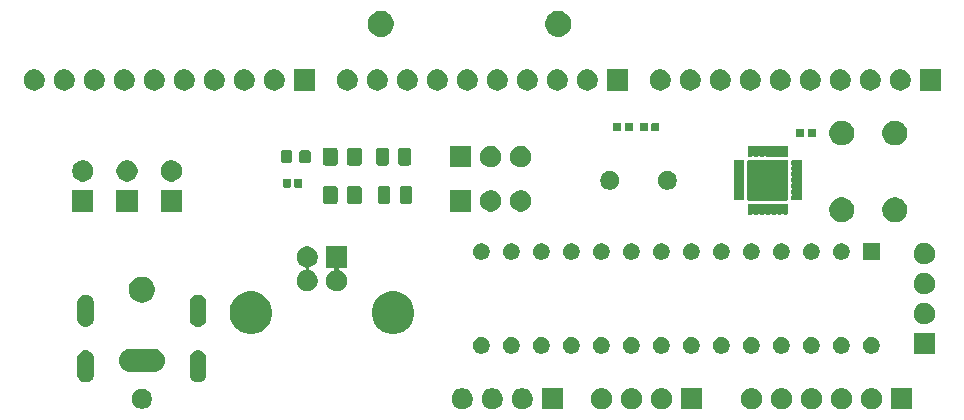
<source format=gbr>
G04 #@! TF.GenerationSoftware,KiCad,Pcbnew,(5.1.5)-3*
G04 #@! TF.CreationDate,2020-01-27T17:01:51-05:00*
G04 #@! TF.ProjectId,IW_board_V1,49575f62-6f61-4726-945f-56312e6b6963,rev?*
G04 #@! TF.SameCoordinates,Original*
G04 #@! TF.FileFunction,Soldermask,Top*
G04 #@! TF.FilePolarity,Negative*
%FSLAX46Y46*%
G04 Gerber Fmt 4.6, Leading zero omitted, Abs format (unit mm)*
G04 Created by KiCad (PCBNEW (5.1.5)-3) date 2020-01-27 17:01:51*
%MOMM*%
%LPD*%
G04 APERTURE LIST*
%ADD10C,0.100000*%
G04 APERTURE END LIST*
D10*
G36*
X148981000Y-76401000D02*
G01*
X147179000Y-76401000D01*
X147179000Y-74599000D01*
X148981000Y-74599000D01*
X148981000Y-76401000D01*
G37*
G36*
X145653512Y-74603927D02*
G01*
X145802812Y-74633624D01*
X145966784Y-74701544D01*
X146114354Y-74800147D01*
X146239853Y-74925646D01*
X146338456Y-75073216D01*
X146406376Y-75237188D01*
X146441000Y-75411259D01*
X146441000Y-75588741D01*
X146406376Y-75762812D01*
X146338456Y-75926784D01*
X146239853Y-76074354D01*
X146114354Y-76199853D01*
X145966784Y-76298456D01*
X145802812Y-76366376D01*
X145653512Y-76396073D01*
X145628742Y-76401000D01*
X145451258Y-76401000D01*
X145426488Y-76396073D01*
X145277188Y-76366376D01*
X145113216Y-76298456D01*
X144965646Y-76199853D01*
X144840147Y-76074354D01*
X144741544Y-75926784D01*
X144673624Y-75762812D01*
X144639000Y-75588741D01*
X144639000Y-75411259D01*
X144673624Y-75237188D01*
X144741544Y-75073216D01*
X144840147Y-74925646D01*
X144965646Y-74800147D01*
X145113216Y-74701544D01*
X145277188Y-74633624D01*
X145426488Y-74603927D01*
X145451258Y-74599000D01*
X145628742Y-74599000D01*
X145653512Y-74603927D01*
G37*
G36*
X135493512Y-74603927D02*
G01*
X135642812Y-74633624D01*
X135806784Y-74701544D01*
X135954354Y-74800147D01*
X136079853Y-74925646D01*
X136178456Y-75073216D01*
X136246376Y-75237188D01*
X136281000Y-75411259D01*
X136281000Y-75588741D01*
X136246376Y-75762812D01*
X136178456Y-75926784D01*
X136079853Y-76074354D01*
X135954354Y-76199853D01*
X135806784Y-76298456D01*
X135642812Y-76366376D01*
X135493512Y-76396073D01*
X135468742Y-76401000D01*
X135291258Y-76401000D01*
X135266488Y-76396073D01*
X135117188Y-76366376D01*
X134953216Y-76298456D01*
X134805646Y-76199853D01*
X134680147Y-76074354D01*
X134581544Y-75926784D01*
X134513624Y-75762812D01*
X134479000Y-75588741D01*
X134479000Y-75411259D01*
X134513624Y-75237188D01*
X134581544Y-75073216D01*
X134680147Y-74925646D01*
X134805646Y-74800147D01*
X134953216Y-74701544D01*
X135117188Y-74633624D01*
X135266488Y-74603927D01*
X135291258Y-74599000D01*
X135468742Y-74599000D01*
X135493512Y-74603927D01*
G37*
G36*
X138033512Y-74603927D02*
G01*
X138182812Y-74633624D01*
X138346784Y-74701544D01*
X138494354Y-74800147D01*
X138619853Y-74925646D01*
X138718456Y-75073216D01*
X138786376Y-75237188D01*
X138821000Y-75411259D01*
X138821000Y-75588741D01*
X138786376Y-75762812D01*
X138718456Y-75926784D01*
X138619853Y-76074354D01*
X138494354Y-76199853D01*
X138346784Y-76298456D01*
X138182812Y-76366376D01*
X138033512Y-76396073D01*
X138008742Y-76401000D01*
X137831258Y-76401000D01*
X137806488Y-76396073D01*
X137657188Y-76366376D01*
X137493216Y-76298456D01*
X137345646Y-76199853D01*
X137220147Y-76074354D01*
X137121544Y-75926784D01*
X137053624Y-75762812D01*
X137019000Y-75588741D01*
X137019000Y-75411259D01*
X137053624Y-75237188D01*
X137121544Y-75073216D01*
X137220147Y-74925646D01*
X137345646Y-74800147D01*
X137493216Y-74701544D01*
X137657188Y-74633624D01*
X137806488Y-74603927D01*
X137831258Y-74599000D01*
X138008742Y-74599000D01*
X138033512Y-74603927D01*
G37*
G36*
X140573512Y-74603927D02*
G01*
X140722812Y-74633624D01*
X140886784Y-74701544D01*
X141034354Y-74800147D01*
X141159853Y-74925646D01*
X141258456Y-75073216D01*
X141326376Y-75237188D01*
X141361000Y-75411259D01*
X141361000Y-75588741D01*
X141326376Y-75762812D01*
X141258456Y-75926784D01*
X141159853Y-76074354D01*
X141034354Y-76199853D01*
X140886784Y-76298456D01*
X140722812Y-76366376D01*
X140573512Y-76396073D01*
X140548742Y-76401000D01*
X140371258Y-76401000D01*
X140346488Y-76396073D01*
X140197188Y-76366376D01*
X140033216Y-76298456D01*
X139885646Y-76199853D01*
X139760147Y-76074354D01*
X139661544Y-75926784D01*
X139593624Y-75762812D01*
X139559000Y-75588741D01*
X139559000Y-75411259D01*
X139593624Y-75237188D01*
X139661544Y-75073216D01*
X139760147Y-74925646D01*
X139885646Y-74800147D01*
X140033216Y-74701544D01*
X140197188Y-74633624D01*
X140346488Y-74603927D01*
X140371258Y-74599000D01*
X140548742Y-74599000D01*
X140573512Y-74603927D01*
G37*
G36*
X143113512Y-74603927D02*
G01*
X143262812Y-74633624D01*
X143426784Y-74701544D01*
X143574354Y-74800147D01*
X143699853Y-74925646D01*
X143798456Y-75073216D01*
X143866376Y-75237188D01*
X143901000Y-75411259D01*
X143901000Y-75588741D01*
X143866376Y-75762812D01*
X143798456Y-75926784D01*
X143699853Y-76074354D01*
X143574354Y-76199853D01*
X143426784Y-76298456D01*
X143262812Y-76366376D01*
X143113512Y-76396073D01*
X143088742Y-76401000D01*
X142911258Y-76401000D01*
X142886488Y-76396073D01*
X142737188Y-76366376D01*
X142573216Y-76298456D01*
X142425646Y-76199853D01*
X142300147Y-76074354D01*
X142201544Y-75926784D01*
X142133624Y-75762812D01*
X142099000Y-75588741D01*
X142099000Y-75411259D01*
X142133624Y-75237188D01*
X142201544Y-75073216D01*
X142300147Y-74925646D01*
X142425646Y-74800147D01*
X142573216Y-74701544D01*
X142737188Y-74633624D01*
X142886488Y-74603927D01*
X142911258Y-74599000D01*
X143088742Y-74599000D01*
X143113512Y-74603927D01*
G37*
G36*
X119401000Y-76401000D02*
G01*
X117599000Y-76401000D01*
X117599000Y-74599000D01*
X119401000Y-74599000D01*
X119401000Y-76401000D01*
G37*
G36*
X116073512Y-74603927D02*
G01*
X116222812Y-74633624D01*
X116386784Y-74701544D01*
X116534354Y-74800147D01*
X116659853Y-74925646D01*
X116758456Y-75073216D01*
X116826376Y-75237188D01*
X116861000Y-75411259D01*
X116861000Y-75588741D01*
X116826376Y-75762812D01*
X116758456Y-75926784D01*
X116659853Y-76074354D01*
X116534354Y-76199853D01*
X116386784Y-76298456D01*
X116222812Y-76366376D01*
X116073512Y-76396073D01*
X116048742Y-76401000D01*
X115871258Y-76401000D01*
X115846488Y-76396073D01*
X115697188Y-76366376D01*
X115533216Y-76298456D01*
X115385646Y-76199853D01*
X115260147Y-76074354D01*
X115161544Y-75926784D01*
X115093624Y-75762812D01*
X115059000Y-75588741D01*
X115059000Y-75411259D01*
X115093624Y-75237188D01*
X115161544Y-75073216D01*
X115260147Y-74925646D01*
X115385646Y-74800147D01*
X115533216Y-74701544D01*
X115697188Y-74633624D01*
X115846488Y-74603927D01*
X115871258Y-74599000D01*
X116048742Y-74599000D01*
X116073512Y-74603927D01*
G37*
G36*
X110993512Y-74603927D02*
G01*
X111142812Y-74633624D01*
X111306784Y-74701544D01*
X111454354Y-74800147D01*
X111579853Y-74925646D01*
X111678456Y-75073216D01*
X111746376Y-75237188D01*
X111781000Y-75411259D01*
X111781000Y-75588741D01*
X111746376Y-75762812D01*
X111678456Y-75926784D01*
X111579853Y-76074354D01*
X111454354Y-76199853D01*
X111306784Y-76298456D01*
X111142812Y-76366376D01*
X110993512Y-76396073D01*
X110968742Y-76401000D01*
X110791258Y-76401000D01*
X110766488Y-76396073D01*
X110617188Y-76366376D01*
X110453216Y-76298456D01*
X110305646Y-76199853D01*
X110180147Y-76074354D01*
X110081544Y-75926784D01*
X110013624Y-75762812D01*
X109979000Y-75588741D01*
X109979000Y-75411259D01*
X110013624Y-75237188D01*
X110081544Y-75073216D01*
X110180147Y-74925646D01*
X110305646Y-74800147D01*
X110453216Y-74701544D01*
X110617188Y-74633624D01*
X110766488Y-74603927D01*
X110791258Y-74599000D01*
X110968742Y-74599000D01*
X110993512Y-74603927D01*
G37*
G36*
X131191000Y-76401000D02*
G01*
X129389000Y-76401000D01*
X129389000Y-74599000D01*
X131191000Y-74599000D01*
X131191000Y-76401000D01*
G37*
G36*
X127863512Y-74603927D02*
G01*
X128012812Y-74633624D01*
X128176784Y-74701544D01*
X128324354Y-74800147D01*
X128449853Y-74925646D01*
X128548456Y-75073216D01*
X128616376Y-75237188D01*
X128651000Y-75411259D01*
X128651000Y-75588741D01*
X128616376Y-75762812D01*
X128548456Y-75926784D01*
X128449853Y-76074354D01*
X128324354Y-76199853D01*
X128176784Y-76298456D01*
X128012812Y-76366376D01*
X127863512Y-76396073D01*
X127838742Y-76401000D01*
X127661258Y-76401000D01*
X127636488Y-76396073D01*
X127487188Y-76366376D01*
X127323216Y-76298456D01*
X127175646Y-76199853D01*
X127050147Y-76074354D01*
X126951544Y-75926784D01*
X126883624Y-75762812D01*
X126849000Y-75588741D01*
X126849000Y-75411259D01*
X126883624Y-75237188D01*
X126951544Y-75073216D01*
X127050147Y-74925646D01*
X127175646Y-74800147D01*
X127323216Y-74701544D01*
X127487188Y-74633624D01*
X127636488Y-74603927D01*
X127661258Y-74599000D01*
X127838742Y-74599000D01*
X127863512Y-74603927D01*
G37*
G36*
X125323512Y-74603927D02*
G01*
X125472812Y-74633624D01*
X125636784Y-74701544D01*
X125784354Y-74800147D01*
X125909853Y-74925646D01*
X126008456Y-75073216D01*
X126076376Y-75237188D01*
X126111000Y-75411259D01*
X126111000Y-75588741D01*
X126076376Y-75762812D01*
X126008456Y-75926784D01*
X125909853Y-76074354D01*
X125784354Y-76199853D01*
X125636784Y-76298456D01*
X125472812Y-76366376D01*
X125323512Y-76396073D01*
X125298742Y-76401000D01*
X125121258Y-76401000D01*
X125096488Y-76396073D01*
X124947188Y-76366376D01*
X124783216Y-76298456D01*
X124635646Y-76199853D01*
X124510147Y-76074354D01*
X124411544Y-75926784D01*
X124343624Y-75762812D01*
X124309000Y-75588741D01*
X124309000Y-75411259D01*
X124343624Y-75237188D01*
X124411544Y-75073216D01*
X124510147Y-74925646D01*
X124635646Y-74800147D01*
X124783216Y-74701544D01*
X124947188Y-74633624D01*
X125096488Y-74603927D01*
X125121258Y-74599000D01*
X125298742Y-74599000D01*
X125323512Y-74603927D01*
G37*
G36*
X122783512Y-74603927D02*
G01*
X122932812Y-74633624D01*
X123096784Y-74701544D01*
X123244354Y-74800147D01*
X123369853Y-74925646D01*
X123468456Y-75073216D01*
X123536376Y-75237188D01*
X123571000Y-75411259D01*
X123571000Y-75588741D01*
X123536376Y-75762812D01*
X123468456Y-75926784D01*
X123369853Y-76074354D01*
X123244354Y-76199853D01*
X123096784Y-76298456D01*
X122932812Y-76366376D01*
X122783512Y-76396073D01*
X122758742Y-76401000D01*
X122581258Y-76401000D01*
X122556488Y-76396073D01*
X122407188Y-76366376D01*
X122243216Y-76298456D01*
X122095646Y-76199853D01*
X121970147Y-76074354D01*
X121871544Y-75926784D01*
X121803624Y-75762812D01*
X121769000Y-75588741D01*
X121769000Y-75411259D01*
X121803624Y-75237188D01*
X121871544Y-75073216D01*
X121970147Y-74925646D01*
X122095646Y-74800147D01*
X122243216Y-74701544D01*
X122407188Y-74633624D01*
X122556488Y-74603927D01*
X122581258Y-74599000D01*
X122758742Y-74599000D01*
X122783512Y-74603927D01*
G37*
G36*
X113533512Y-74603927D02*
G01*
X113682812Y-74633624D01*
X113846784Y-74701544D01*
X113994354Y-74800147D01*
X114119853Y-74925646D01*
X114218456Y-75073216D01*
X114286376Y-75237188D01*
X114321000Y-75411259D01*
X114321000Y-75588741D01*
X114286376Y-75762812D01*
X114218456Y-75926784D01*
X114119853Y-76074354D01*
X113994354Y-76199853D01*
X113846784Y-76298456D01*
X113682812Y-76366376D01*
X113533512Y-76396073D01*
X113508742Y-76401000D01*
X113331258Y-76401000D01*
X113306488Y-76396073D01*
X113157188Y-76366376D01*
X112993216Y-76298456D01*
X112845646Y-76199853D01*
X112720147Y-76074354D01*
X112621544Y-75926784D01*
X112553624Y-75762812D01*
X112519000Y-75588741D01*
X112519000Y-75411259D01*
X112553624Y-75237188D01*
X112621544Y-75073216D01*
X112720147Y-74925646D01*
X112845646Y-74800147D01*
X112993216Y-74701544D01*
X113157188Y-74633624D01*
X113306488Y-74603927D01*
X113331258Y-74599000D01*
X113508742Y-74599000D01*
X113533512Y-74603927D01*
G37*
G36*
X83998228Y-74681703D02*
G01*
X84153100Y-74745853D01*
X84292481Y-74838985D01*
X84411015Y-74957519D01*
X84504147Y-75096900D01*
X84568297Y-75251772D01*
X84601000Y-75416184D01*
X84601000Y-75583816D01*
X84568297Y-75748228D01*
X84504147Y-75903100D01*
X84411015Y-76042481D01*
X84292481Y-76161015D01*
X84153100Y-76254147D01*
X83998228Y-76318297D01*
X83833816Y-76351000D01*
X83666184Y-76351000D01*
X83501772Y-76318297D01*
X83346900Y-76254147D01*
X83207519Y-76161015D01*
X83088985Y-76042481D01*
X82995853Y-75903100D01*
X82931703Y-75748228D01*
X82899000Y-75583816D01*
X82899000Y-75416184D01*
X82931703Y-75251772D01*
X82995853Y-75096900D01*
X83088985Y-74957519D01*
X83207519Y-74838985D01*
X83346900Y-74745853D01*
X83501772Y-74681703D01*
X83666184Y-74649000D01*
X83833816Y-74649000D01*
X83998228Y-74681703D01*
G37*
G36*
X79138204Y-71401200D02*
G01*
X79271096Y-71441513D01*
X79393570Y-71506977D01*
X79500923Y-71595078D01*
X79589023Y-71702429D01*
X79654487Y-71824903D01*
X79694800Y-71957795D01*
X79705000Y-72061364D01*
X79705000Y-73438636D01*
X79694800Y-73542205D01*
X79654487Y-73675097D01*
X79589023Y-73797571D01*
X79500923Y-73904923D01*
X79393571Y-73993023D01*
X79271097Y-74058487D01*
X79138205Y-74098800D01*
X79000000Y-74112411D01*
X78861796Y-74098800D01*
X78728904Y-74058487D01*
X78606430Y-73993023D01*
X78499078Y-73904923D01*
X78410978Y-73797571D01*
X78345514Y-73675097D01*
X78305201Y-73542205D01*
X78295001Y-73438636D01*
X78295000Y-72061365D01*
X78305200Y-71957796D01*
X78345513Y-71824904D01*
X78410977Y-71702430D01*
X78499078Y-71595077D01*
X78606429Y-71506977D01*
X78728903Y-71441513D01*
X78861795Y-71401200D01*
X79000000Y-71387589D01*
X79138204Y-71401200D01*
G37*
G36*
X88638204Y-71401200D02*
G01*
X88771096Y-71441513D01*
X88893570Y-71506977D01*
X89000923Y-71595078D01*
X89089023Y-71702429D01*
X89154487Y-71824903D01*
X89194800Y-71957795D01*
X89205000Y-72061364D01*
X89205000Y-73438636D01*
X89194800Y-73542205D01*
X89154487Y-73675097D01*
X89089023Y-73797571D01*
X89000923Y-73904923D01*
X88893571Y-73993023D01*
X88771097Y-74058487D01*
X88638205Y-74098800D01*
X88500000Y-74112411D01*
X88361796Y-74098800D01*
X88228904Y-74058487D01*
X88106430Y-73993023D01*
X87999078Y-73904923D01*
X87910978Y-73797571D01*
X87845514Y-73675097D01*
X87805201Y-73542205D01*
X87795001Y-73438636D01*
X87795000Y-72061365D01*
X87805200Y-71957796D01*
X87845513Y-71824904D01*
X87910977Y-71702430D01*
X87999078Y-71595077D01*
X88106429Y-71506977D01*
X88228903Y-71441513D01*
X88361795Y-71401200D01*
X88500000Y-71387589D01*
X88638204Y-71401200D01*
G37*
G36*
X84896228Y-71263483D02*
G01*
X85084922Y-71320723D01*
X85258815Y-71413671D01*
X85411239Y-71538761D01*
X85536329Y-71691185D01*
X85629277Y-71865078D01*
X85686517Y-72053772D01*
X85705843Y-72250000D01*
X85686517Y-72446228D01*
X85629277Y-72634922D01*
X85536329Y-72808815D01*
X85411239Y-72961239D01*
X85258815Y-73086329D01*
X85084922Y-73179277D01*
X84896228Y-73236517D01*
X84749175Y-73251000D01*
X82750825Y-73251000D01*
X82603772Y-73236517D01*
X82415078Y-73179277D01*
X82241185Y-73086329D01*
X82088761Y-72961239D01*
X81963671Y-72808815D01*
X81870723Y-72634922D01*
X81813483Y-72446228D01*
X81794157Y-72250000D01*
X81813483Y-72053772D01*
X81870723Y-71865078D01*
X81963671Y-71691185D01*
X82088761Y-71538761D01*
X82241185Y-71413671D01*
X82415078Y-71320723D01*
X82603772Y-71263483D01*
X82750825Y-71249000D01*
X84749175Y-71249000D01*
X84896228Y-71263483D01*
G37*
G36*
X150901000Y-71731000D02*
G01*
X149099000Y-71731000D01*
X149099000Y-69929000D01*
X150901000Y-69929000D01*
X150901000Y-71731000D01*
G37*
G36*
X112694182Y-70295900D02*
G01*
X112821573Y-70348667D01*
X112821574Y-70348668D01*
X112936224Y-70425274D01*
X113033726Y-70522776D01*
X113033727Y-70522778D01*
X113110333Y-70637427D01*
X113163100Y-70764818D01*
X113190000Y-70900055D01*
X113190000Y-71037945D01*
X113163100Y-71173182D01*
X113110333Y-71300573D01*
X113110332Y-71300574D01*
X113033726Y-71415224D01*
X112936224Y-71512726D01*
X112897258Y-71538762D01*
X112821573Y-71589333D01*
X112694182Y-71642100D01*
X112558945Y-71669000D01*
X112421055Y-71669000D01*
X112285818Y-71642100D01*
X112158427Y-71589333D01*
X112082742Y-71538762D01*
X112043776Y-71512726D01*
X111946274Y-71415224D01*
X111869668Y-71300574D01*
X111869667Y-71300573D01*
X111816900Y-71173182D01*
X111790000Y-71037945D01*
X111790000Y-70900055D01*
X111816900Y-70764818D01*
X111869667Y-70637427D01*
X111946273Y-70522778D01*
X111946274Y-70522776D01*
X112043776Y-70425274D01*
X112158426Y-70348668D01*
X112158427Y-70348667D01*
X112285818Y-70295900D01*
X112421055Y-70269000D01*
X112558945Y-70269000D01*
X112694182Y-70295900D01*
G37*
G36*
X115234182Y-70295900D02*
G01*
X115361573Y-70348667D01*
X115361574Y-70348668D01*
X115476224Y-70425274D01*
X115573726Y-70522776D01*
X115573727Y-70522778D01*
X115650333Y-70637427D01*
X115703100Y-70764818D01*
X115730000Y-70900055D01*
X115730000Y-71037945D01*
X115703100Y-71173182D01*
X115650333Y-71300573D01*
X115650332Y-71300574D01*
X115573726Y-71415224D01*
X115476224Y-71512726D01*
X115437258Y-71538762D01*
X115361573Y-71589333D01*
X115234182Y-71642100D01*
X115098945Y-71669000D01*
X114961055Y-71669000D01*
X114825818Y-71642100D01*
X114698427Y-71589333D01*
X114622742Y-71538762D01*
X114583776Y-71512726D01*
X114486274Y-71415224D01*
X114409668Y-71300574D01*
X114409667Y-71300573D01*
X114356900Y-71173182D01*
X114330000Y-71037945D01*
X114330000Y-70900055D01*
X114356900Y-70764818D01*
X114409667Y-70637427D01*
X114486273Y-70522778D01*
X114486274Y-70522776D01*
X114583776Y-70425274D01*
X114698426Y-70348668D01*
X114698427Y-70348667D01*
X114825818Y-70295900D01*
X114961055Y-70269000D01*
X115098945Y-70269000D01*
X115234182Y-70295900D01*
G37*
G36*
X117774182Y-70295900D02*
G01*
X117901573Y-70348667D01*
X117901574Y-70348668D01*
X118016224Y-70425274D01*
X118113726Y-70522776D01*
X118113727Y-70522778D01*
X118190333Y-70637427D01*
X118243100Y-70764818D01*
X118270000Y-70900055D01*
X118270000Y-71037945D01*
X118243100Y-71173182D01*
X118190333Y-71300573D01*
X118190332Y-71300574D01*
X118113726Y-71415224D01*
X118016224Y-71512726D01*
X117977258Y-71538762D01*
X117901573Y-71589333D01*
X117774182Y-71642100D01*
X117638945Y-71669000D01*
X117501055Y-71669000D01*
X117365818Y-71642100D01*
X117238427Y-71589333D01*
X117162742Y-71538762D01*
X117123776Y-71512726D01*
X117026274Y-71415224D01*
X116949668Y-71300574D01*
X116949667Y-71300573D01*
X116896900Y-71173182D01*
X116870000Y-71037945D01*
X116870000Y-70900055D01*
X116896900Y-70764818D01*
X116949667Y-70637427D01*
X117026273Y-70522778D01*
X117026274Y-70522776D01*
X117123776Y-70425274D01*
X117238426Y-70348668D01*
X117238427Y-70348667D01*
X117365818Y-70295900D01*
X117501055Y-70269000D01*
X117638945Y-70269000D01*
X117774182Y-70295900D01*
G37*
G36*
X140634182Y-70295900D02*
G01*
X140761573Y-70348667D01*
X140761574Y-70348668D01*
X140876224Y-70425274D01*
X140973726Y-70522776D01*
X140973727Y-70522778D01*
X141050333Y-70637427D01*
X141103100Y-70764818D01*
X141130000Y-70900055D01*
X141130000Y-71037945D01*
X141103100Y-71173182D01*
X141050333Y-71300573D01*
X141050332Y-71300574D01*
X140973726Y-71415224D01*
X140876224Y-71512726D01*
X140837258Y-71538762D01*
X140761573Y-71589333D01*
X140634182Y-71642100D01*
X140498945Y-71669000D01*
X140361055Y-71669000D01*
X140225818Y-71642100D01*
X140098427Y-71589333D01*
X140022742Y-71538762D01*
X139983776Y-71512726D01*
X139886274Y-71415224D01*
X139809668Y-71300574D01*
X139809667Y-71300573D01*
X139756900Y-71173182D01*
X139730000Y-71037945D01*
X139730000Y-70900055D01*
X139756900Y-70764818D01*
X139809667Y-70637427D01*
X139886273Y-70522778D01*
X139886274Y-70522776D01*
X139983776Y-70425274D01*
X140098426Y-70348668D01*
X140098427Y-70348667D01*
X140225818Y-70295900D01*
X140361055Y-70269000D01*
X140498945Y-70269000D01*
X140634182Y-70295900D01*
G37*
G36*
X120314182Y-70295900D02*
G01*
X120441573Y-70348667D01*
X120441574Y-70348668D01*
X120556224Y-70425274D01*
X120653726Y-70522776D01*
X120653727Y-70522778D01*
X120730333Y-70637427D01*
X120783100Y-70764818D01*
X120810000Y-70900055D01*
X120810000Y-71037945D01*
X120783100Y-71173182D01*
X120730333Y-71300573D01*
X120730332Y-71300574D01*
X120653726Y-71415224D01*
X120556224Y-71512726D01*
X120517258Y-71538762D01*
X120441573Y-71589333D01*
X120314182Y-71642100D01*
X120178945Y-71669000D01*
X120041055Y-71669000D01*
X119905818Y-71642100D01*
X119778427Y-71589333D01*
X119702742Y-71538762D01*
X119663776Y-71512726D01*
X119566274Y-71415224D01*
X119489668Y-71300574D01*
X119489667Y-71300573D01*
X119436900Y-71173182D01*
X119410000Y-71037945D01*
X119410000Y-70900055D01*
X119436900Y-70764818D01*
X119489667Y-70637427D01*
X119566273Y-70522778D01*
X119566274Y-70522776D01*
X119663776Y-70425274D01*
X119778426Y-70348668D01*
X119778427Y-70348667D01*
X119905818Y-70295900D01*
X120041055Y-70269000D01*
X120178945Y-70269000D01*
X120314182Y-70295900D01*
G37*
G36*
X122854182Y-70295900D02*
G01*
X122981573Y-70348667D01*
X122981574Y-70348668D01*
X123096224Y-70425274D01*
X123193726Y-70522776D01*
X123193727Y-70522778D01*
X123270333Y-70637427D01*
X123323100Y-70764818D01*
X123350000Y-70900055D01*
X123350000Y-71037945D01*
X123323100Y-71173182D01*
X123270333Y-71300573D01*
X123270332Y-71300574D01*
X123193726Y-71415224D01*
X123096224Y-71512726D01*
X123057258Y-71538762D01*
X122981573Y-71589333D01*
X122854182Y-71642100D01*
X122718945Y-71669000D01*
X122581055Y-71669000D01*
X122445818Y-71642100D01*
X122318427Y-71589333D01*
X122242742Y-71538762D01*
X122203776Y-71512726D01*
X122106274Y-71415224D01*
X122029668Y-71300574D01*
X122029667Y-71300573D01*
X121976900Y-71173182D01*
X121950000Y-71037945D01*
X121950000Y-70900055D01*
X121976900Y-70764818D01*
X122029667Y-70637427D01*
X122106273Y-70522778D01*
X122106274Y-70522776D01*
X122203776Y-70425274D01*
X122318426Y-70348668D01*
X122318427Y-70348667D01*
X122445818Y-70295900D01*
X122581055Y-70269000D01*
X122718945Y-70269000D01*
X122854182Y-70295900D01*
G37*
G36*
X125394182Y-70295900D02*
G01*
X125521573Y-70348667D01*
X125521574Y-70348668D01*
X125636224Y-70425274D01*
X125733726Y-70522776D01*
X125733727Y-70522778D01*
X125810333Y-70637427D01*
X125863100Y-70764818D01*
X125890000Y-70900055D01*
X125890000Y-71037945D01*
X125863100Y-71173182D01*
X125810333Y-71300573D01*
X125810332Y-71300574D01*
X125733726Y-71415224D01*
X125636224Y-71512726D01*
X125597258Y-71538762D01*
X125521573Y-71589333D01*
X125394182Y-71642100D01*
X125258945Y-71669000D01*
X125121055Y-71669000D01*
X124985818Y-71642100D01*
X124858427Y-71589333D01*
X124782742Y-71538762D01*
X124743776Y-71512726D01*
X124646274Y-71415224D01*
X124569668Y-71300574D01*
X124569667Y-71300573D01*
X124516900Y-71173182D01*
X124490000Y-71037945D01*
X124490000Y-70900055D01*
X124516900Y-70764818D01*
X124569667Y-70637427D01*
X124646273Y-70522778D01*
X124646274Y-70522776D01*
X124743776Y-70425274D01*
X124858426Y-70348668D01*
X124858427Y-70348667D01*
X124985818Y-70295900D01*
X125121055Y-70269000D01*
X125258945Y-70269000D01*
X125394182Y-70295900D01*
G37*
G36*
X127934182Y-70295900D02*
G01*
X128061573Y-70348667D01*
X128061574Y-70348668D01*
X128176224Y-70425274D01*
X128273726Y-70522776D01*
X128273727Y-70522778D01*
X128350333Y-70637427D01*
X128403100Y-70764818D01*
X128430000Y-70900055D01*
X128430000Y-71037945D01*
X128403100Y-71173182D01*
X128350333Y-71300573D01*
X128350332Y-71300574D01*
X128273726Y-71415224D01*
X128176224Y-71512726D01*
X128137258Y-71538762D01*
X128061573Y-71589333D01*
X127934182Y-71642100D01*
X127798945Y-71669000D01*
X127661055Y-71669000D01*
X127525818Y-71642100D01*
X127398427Y-71589333D01*
X127322742Y-71538762D01*
X127283776Y-71512726D01*
X127186274Y-71415224D01*
X127109668Y-71300574D01*
X127109667Y-71300573D01*
X127056900Y-71173182D01*
X127030000Y-71037945D01*
X127030000Y-70900055D01*
X127056900Y-70764818D01*
X127109667Y-70637427D01*
X127186273Y-70522778D01*
X127186274Y-70522776D01*
X127283776Y-70425274D01*
X127398426Y-70348668D01*
X127398427Y-70348667D01*
X127525818Y-70295900D01*
X127661055Y-70269000D01*
X127798945Y-70269000D01*
X127934182Y-70295900D01*
G37*
G36*
X130474182Y-70295900D02*
G01*
X130601573Y-70348667D01*
X130601574Y-70348668D01*
X130716224Y-70425274D01*
X130813726Y-70522776D01*
X130813727Y-70522778D01*
X130890333Y-70637427D01*
X130943100Y-70764818D01*
X130970000Y-70900055D01*
X130970000Y-71037945D01*
X130943100Y-71173182D01*
X130890333Y-71300573D01*
X130890332Y-71300574D01*
X130813726Y-71415224D01*
X130716224Y-71512726D01*
X130677258Y-71538762D01*
X130601573Y-71589333D01*
X130474182Y-71642100D01*
X130338945Y-71669000D01*
X130201055Y-71669000D01*
X130065818Y-71642100D01*
X129938427Y-71589333D01*
X129862742Y-71538762D01*
X129823776Y-71512726D01*
X129726274Y-71415224D01*
X129649668Y-71300574D01*
X129649667Y-71300573D01*
X129596900Y-71173182D01*
X129570000Y-71037945D01*
X129570000Y-70900055D01*
X129596900Y-70764818D01*
X129649667Y-70637427D01*
X129726273Y-70522778D01*
X129726274Y-70522776D01*
X129823776Y-70425274D01*
X129938426Y-70348668D01*
X129938427Y-70348667D01*
X130065818Y-70295900D01*
X130201055Y-70269000D01*
X130338945Y-70269000D01*
X130474182Y-70295900D01*
G37*
G36*
X133014182Y-70295900D02*
G01*
X133141573Y-70348667D01*
X133141574Y-70348668D01*
X133256224Y-70425274D01*
X133353726Y-70522776D01*
X133353727Y-70522778D01*
X133430333Y-70637427D01*
X133483100Y-70764818D01*
X133510000Y-70900055D01*
X133510000Y-71037945D01*
X133483100Y-71173182D01*
X133430333Y-71300573D01*
X133430332Y-71300574D01*
X133353726Y-71415224D01*
X133256224Y-71512726D01*
X133217258Y-71538762D01*
X133141573Y-71589333D01*
X133014182Y-71642100D01*
X132878945Y-71669000D01*
X132741055Y-71669000D01*
X132605818Y-71642100D01*
X132478427Y-71589333D01*
X132402742Y-71538762D01*
X132363776Y-71512726D01*
X132266274Y-71415224D01*
X132189668Y-71300574D01*
X132189667Y-71300573D01*
X132136900Y-71173182D01*
X132110000Y-71037945D01*
X132110000Y-70900055D01*
X132136900Y-70764818D01*
X132189667Y-70637427D01*
X132266273Y-70522778D01*
X132266274Y-70522776D01*
X132363776Y-70425274D01*
X132478426Y-70348668D01*
X132478427Y-70348667D01*
X132605818Y-70295900D01*
X132741055Y-70269000D01*
X132878945Y-70269000D01*
X133014182Y-70295900D01*
G37*
G36*
X138094182Y-70295900D02*
G01*
X138221573Y-70348667D01*
X138221574Y-70348668D01*
X138336224Y-70425274D01*
X138433726Y-70522776D01*
X138433727Y-70522778D01*
X138510333Y-70637427D01*
X138563100Y-70764818D01*
X138590000Y-70900055D01*
X138590000Y-71037945D01*
X138563100Y-71173182D01*
X138510333Y-71300573D01*
X138510332Y-71300574D01*
X138433726Y-71415224D01*
X138336224Y-71512726D01*
X138297258Y-71538762D01*
X138221573Y-71589333D01*
X138094182Y-71642100D01*
X137958945Y-71669000D01*
X137821055Y-71669000D01*
X137685818Y-71642100D01*
X137558427Y-71589333D01*
X137482742Y-71538762D01*
X137443776Y-71512726D01*
X137346274Y-71415224D01*
X137269668Y-71300574D01*
X137269667Y-71300573D01*
X137216900Y-71173182D01*
X137190000Y-71037945D01*
X137190000Y-70900055D01*
X137216900Y-70764818D01*
X137269667Y-70637427D01*
X137346273Y-70522778D01*
X137346274Y-70522776D01*
X137443776Y-70425274D01*
X137558426Y-70348668D01*
X137558427Y-70348667D01*
X137685818Y-70295900D01*
X137821055Y-70269000D01*
X137958945Y-70269000D01*
X138094182Y-70295900D01*
G37*
G36*
X143174182Y-70295900D02*
G01*
X143301573Y-70348667D01*
X143301574Y-70348668D01*
X143416224Y-70425274D01*
X143513726Y-70522776D01*
X143513727Y-70522778D01*
X143590333Y-70637427D01*
X143643100Y-70764818D01*
X143670000Y-70900055D01*
X143670000Y-71037945D01*
X143643100Y-71173182D01*
X143590333Y-71300573D01*
X143590332Y-71300574D01*
X143513726Y-71415224D01*
X143416224Y-71512726D01*
X143377258Y-71538762D01*
X143301573Y-71589333D01*
X143174182Y-71642100D01*
X143038945Y-71669000D01*
X142901055Y-71669000D01*
X142765818Y-71642100D01*
X142638427Y-71589333D01*
X142562742Y-71538762D01*
X142523776Y-71512726D01*
X142426274Y-71415224D01*
X142349668Y-71300574D01*
X142349667Y-71300573D01*
X142296900Y-71173182D01*
X142270000Y-71037945D01*
X142270000Y-70900055D01*
X142296900Y-70764818D01*
X142349667Y-70637427D01*
X142426273Y-70522778D01*
X142426274Y-70522776D01*
X142523776Y-70425274D01*
X142638426Y-70348668D01*
X142638427Y-70348667D01*
X142765818Y-70295900D01*
X142901055Y-70269000D01*
X143038945Y-70269000D01*
X143174182Y-70295900D01*
G37*
G36*
X145714182Y-70295900D02*
G01*
X145841573Y-70348667D01*
X145841574Y-70348668D01*
X145956224Y-70425274D01*
X146053726Y-70522776D01*
X146053727Y-70522778D01*
X146130333Y-70637427D01*
X146183100Y-70764818D01*
X146210000Y-70900055D01*
X146210000Y-71037945D01*
X146183100Y-71173182D01*
X146130333Y-71300573D01*
X146130332Y-71300574D01*
X146053726Y-71415224D01*
X145956224Y-71512726D01*
X145917258Y-71538762D01*
X145841573Y-71589333D01*
X145714182Y-71642100D01*
X145578945Y-71669000D01*
X145441055Y-71669000D01*
X145305818Y-71642100D01*
X145178427Y-71589333D01*
X145102742Y-71538762D01*
X145063776Y-71512726D01*
X144966274Y-71415224D01*
X144889668Y-71300574D01*
X144889667Y-71300573D01*
X144836900Y-71173182D01*
X144810000Y-71037945D01*
X144810000Y-70900055D01*
X144836900Y-70764818D01*
X144889667Y-70637427D01*
X144966273Y-70522778D01*
X144966274Y-70522776D01*
X145063776Y-70425274D01*
X145178426Y-70348668D01*
X145178427Y-70348667D01*
X145305818Y-70295900D01*
X145441055Y-70269000D01*
X145578945Y-70269000D01*
X145714182Y-70295900D01*
G37*
G36*
X135554182Y-70295900D02*
G01*
X135681573Y-70348667D01*
X135681574Y-70348668D01*
X135796224Y-70425274D01*
X135893726Y-70522776D01*
X135893727Y-70522778D01*
X135970333Y-70637427D01*
X136023100Y-70764818D01*
X136050000Y-70900055D01*
X136050000Y-71037945D01*
X136023100Y-71173182D01*
X135970333Y-71300573D01*
X135970332Y-71300574D01*
X135893726Y-71415224D01*
X135796224Y-71512726D01*
X135757258Y-71538762D01*
X135681573Y-71589333D01*
X135554182Y-71642100D01*
X135418945Y-71669000D01*
X135281055Y-71669000D01*
X135145818Y-71642100D01*
X135018427Y-71589333D01*
X134942742Y-71538762D01*
X134903776Y-71512726D01*
X134806274Y-71415224D01*
X134729668Y-71300574D01*
X134729667Y-71300573D01*
X134676900Y-71173182D01*
X134650000Y-71037945D01*
X134650000Y-70900055D01*
X134676900Y-70764818D01*
X134729667Y-70637427D01*
X134806273Y-70522778D01*
X134806274Y-70522776D01*
X134903776Y-70425274D01*
X135018426Y-70348668D01*
X135018427Y-70348667D01*
X135145818Y-70295900D01*
X135281055Y-70269000D01*
X135418945Y-70269000D01*
X135554182Y-70295900D01*
G37*
G36*
X93505331Y-66478211D02*
G01*
X93833092Y-66613974D01*
X94128070Y-66811072D01*
X94378928Y-67061930D01*
X94576026Y-67356908D01*
X94711789Y-67684669D01*
X94781000Y-68032616D01*
X94781000Y-68387384D01*
X94711789Y-68735331D01*
X94576026Y-69063092D01*
X94378928Y-69358070D01*
X94128070Y-69608928D01*
X93833092Y-69806026D01*
X93505331Y-69941789D01*
X93157384Y-70011000D01*
X92802616Y-70011000D01*
X92454669Y-69941789D01*
X92126908Y-69806026D01*
X91831930Y-69608928D01*
X91581072Y-69358070D01*
X91383974Y-69063092D01*
X91248211Y-68735331D01*
X91179000Y-68387384D01*
X91179000Y-68032616D01*
X91248211Y-67684669D01*
X91383974Y-67356908D01*
X91581072Y-67061930D01*
X91831930Y-66811072D01*
X92126908Y-66613974D01*
X92454669Y-66478211D01*
X92802616Y-66409000D01*
X93157384Y-66409000D01*
X93505331Y-66478211D01*
G37*
G36*
X105545331Y-66478211D02*
G01*
X105873092Y-66613974D01*
X106168070Y-66811072D01*
X106418928Y-67061930D01*
X106616026Y-67356908D01*
X106751789Y-67684669D01*
X106821000Y-68032616D01*
X106821000Y-68387384D01*
X106751789Y-68735331D01*
X106616026Y-69063092D01*
X106418928Y-69358070D01*
X106168070Y-69608928D01*
X105873092Y-69806026D01*
X105545331Y-69941789D01*
X105197384Y-70011000D01*
X104842616Y-70011000D01*
X104494669Y-69941789D01*
X104166908Y-69806026D01*
X103871930Y-69608928D01*
X103621072Y-69358070D01*
X103423974Y-69063092D01*
X103288211Y-68735331D01*
X103219000Y-68387384D01*
X103219000Y-68032616D01*
X103288211Y-67684669D01*
X103423974Y-67356908D01*
X103621072Y-67061930D01*
X103871930Y-66811072D01*
X104166908Y-66613974D01*
X104494669Y-66478211D01*
X104842616Y-66409000D01*
X105197384Y-66409000D01*
X105545331Y-66478211D01*
G37*
G36*
X88638204Y-66701200D02*
G01*
X88771096Y-66741513D01*
X88893570Y-66806977D01*
X89000923Y-66895078D01*
X89089023Y-67002429D01*
X89154487Y-67124903D01*
X89194800Y-67257795D01*
X89205000Y-67361364D01*
X89205000Y-68738636D01*
X89194800Y-68842205D01*
X89154487Y-68975097D01*
X89089023Y-69097571D01*
X89000923Y-69204923D01*
X88893571Y-69293023D01*
X88771097Y-69358487D01*
X88638205Y-69398800D01*
X88500000Y-69412411D01*
X88361796Y-69398800D01*
X88228904Y-69358487D01*
X88106430Y-69293023D01*
X87999078Y-69204923D01*
X87910978Y-69097571D01*
X87845514Y-68975097D01*
X87805201Y-68842205D01*
X87795001Y-68738636D01*
X87795000Y-67361365D01*
X87805200Y-67257796D01*
X87845513Y-67124904D01*
X87910977Y-67002430D01*
X87999078Y-66895077D01*
X88106429Y-66806977D01*
X88228903Y-66741513D01*
X88361795Y-66701200D01*
X88500000Y-66687589D01*
X88638204Y-66701200D01*
G37*
G36*
X79138204Y-66701200D02*
G01*
X79271096Y-66741513D01*
X79393570Y-66806977D01*
X79500923Y-66895078D01*
X79589023Y-67002429D01*
X79654487Y-67124903D01*
X79694800Y-67257795D01*
X79705000Y-67361364D01*
X79705000Y-68738636D01*
X79694800Y-68842205D01*
X79654487Y-68975097D01*
X79589023Y-69097571D01*
X79500923Y-69204923D01*
X79393571Y-69293023D01*
X79271097Y-69358487D01*
X79138205Y-69398800D01*
X79000000Y-69412411D01*
X78861796Y-69398800D01*
X78728904Y-69358487D01*
X78606430Y-69293023D01*
X78499078Y-69204923D01*
X78410978Y-69097571D01*
X78345514Y-68975097D01*
X78305201Y-68842205D01*
X78295001Y-68738636D01*
X78295000Y-67361365D01*
X78305200Y-67257796D01*
X78345513Y-67124904D01*
X78410977Y-67002430D01*
X78499078Y-66895077D01*
X78606429Y-66806977D01*
X78728903Y-66741513D01*
X78861795Y-66701200D01*
X79000000Y-66687589D01*
X79138204Y-66701200D01*
G37*
G36*
X150113512Y-67393927D02*
G01*
X150262812Y-67423624D01*
X150426784Y-67491544D01*
X150574354Y-67590147D01*
X150699853Y-67715646D01*
X150798456Y-67863216D01*
X150866376Y-68027188D01*
X150901000Y-68201259D01*
X150901000Y-68378741D01*
X150866376Y-68552812D01*
X150798456Y-68716784D01*
X150699853Y-68864354D01*
X150574354Y-68989853D01*
X150426784Y-69088456D01*
X150262812Y-69156376D01*
X150113512Y-69186073D01*
X150088742Y-69191000D01*
X149911258Y-69191000D01*
X149886488Y-69186073D01*
X149737188Y-69156376D01*
X149573216Y-69088456D01*
X149425646Y-68989853D01*
X149300147Y-68864354D01*
X149201544Y-68716784D01*
X149133624Y-68552812D01*
X149099000Y-68378741D01*
X149099000Y-68201259D01*
X149133624Y-68027188D01*
X149201544Y-67863216D01*
X149300147Y-67715646D01*
X149425646Y-67590147D01*
X149573216Y-67491544D01*
X149737188Y-67423624D01*
X149886488Y-67393927D01*
X149911258Y-67389000D01*
X150088742Y-67389000D01*
X150113512Y-67393927D01*
G37*
G36*
X83964795Y-65170156D02*
G01*
X84071150Y-65191311D01*
X84271520Y-65274307D01*
X84451844Y-65394795D01*
X84605205Y-65548156D01*
X84725693Y-65728480D01*
X84808689Y-65928851D01*
X84851000Y-66141560D01*
X84851000Y-66358440D01*
X84849421Y-66366376D01*
X84808689Y-66571150D01*
X84775614Y-66651000D01*
X84725693Y-66771520D01*
X84605205Y-66951844D01*
X84451844Y-67105205D01*
X84271520Y-67225693D01*
X84194016Y-67257796D01*
X84071150Y-67308689D01*
X83964794Y-67329845D01*
X83858440Y-67351000D01*
X83641560Y-67351000D01*
X83535206Y-67329845D01*
X83428850Y-67308689D01*
X83305984Y-67257796D01*
X83228480Y-67225693D01*
X83048156Y-67105205D01*
X82894795Y-66951844D01*
X82774307Y-66771520D01*
X82724386Y-66651000D01*
X82691311Y-66571150D01*
X82650579Y-66366376D01*
X82649000Y-66358440D01*
X82649000Y-66141560D01*
X82691311Y-65928851D01*
X82774307Y-65728480D01*
X82894795Y-65548156D01*
X83048156Y-65394795D01*
X83228480Y-65274307D01*
X83428850Y-65191311D01*
X83535205Y-65170156D01*
X83641560Y-65149000D01*
X83858440Y-65149000D01*
X83964795Y-65170156D01*
G37*
G36*
X150113512Y-64853927D02*
G01*
X150262812Y-64883624D01*
X150426784Y-64951544D01*
X150574354Y-65050147D01*
X150699853Y-65175646D01*
X150798456Y-65323216D01*
X150866376Y-65487188D01*
X150901000Y-65661259D01*
X150901000Y-65838741D01*
X150866376Y-66012812D01*
X150798456Y-66176784D01*
X150699853Y-66324354D01*
X150574354Y-66449853D01*
X150426784Y-66548456D01*
X150262812Y-66616376D01*
X150113512Y-66646073D01*
X150088742Y-66651000D01*
X149911258Y-66651000D01*
X149886488Y-66646073D01*
X149737188Y-66616376D01*
X149573216Y-66548456D01*
X149425646Y-66449853D01*
X149300147Y-66324354D01*
X149201544Y-66176784D01*
X149133624Y-66012812D01*
X149099000Y-65838741D01*
X149099000Y-65661259D01*
X149133624Y-65487188D01*
X149201544Y-65323216D01*
X149300147Y-65175646D01*
X149425646Y-65050147D01*
X149573216Y-64951544D01*
X149737188Y-64883624D01*
X149886488Y-64853927D01*
X149911258Y-64849000D01*
X150088742Y-64849000D01*
X150113512Y-64853927D01*
G37*
G36*
X101151000Y-64401000D02*
G01*
X100579617Y-64401000D01*
X100555231Y-64403402D01*
X100531782Y-64410515D01*
X100510171Y-64422066D01*
X100491229Y-64437611D01*
X100475684Y-64456553D01*
X100464133Y-64478164D01*
X100457020Y-64501613D01*
X100454618Y-64525999D01*
X100457020Y-64550385D01*
X100464133Y-64573834D01*
X100475684Y-64595445D01*
X100491229Y-64614387D01*
X100510171Y-64629932D01*
X100531771Y-64641477D01*
X100676784Y-64701544D01*
X100824354Y-64800147D01*
X100949853Y-64925646D01*
X101048456Y-65073216D01*
X101116376Y-65237188D01*
X101151000Y-65411259D01*
X101151000Y-65588741D01*
X101116376Y-65762812D01*
X101048456Y-65926784D01*
X100949853Y-66074354D01*
X100824354Y-66199853D01*
X100676784Y-66298456D01*
X100512812Y-66366376D01*
X100363512Y-66396073D01*
X100338742Y-66401000D01*
X100161258Y-66401000D01*
X100136488Y-66396073D01*
X99987188Y-66366376D01*
X99823216Y-66298456D01*
X99675646Y-66199853D01*
X99550147Y-66074354D01*
X99451544Y-65926784D01*
X99383624Y-65762812D01*
X99349000Y-65588741D01*
X99349000Y-65411259D01*
X99383624Y-65237188D01*
X99451544Y-65073216D01*
X99550147Y-64925646D01*
X99675646Y-64800147D01*
X99823216Y-64701544D01*
X99968229Y-64641477D01*
X99989829Y-64629932D01*
X100008771Y-64614387D01*
X100024316Y-64595445D01*
X100035867Y-64573834D01*
X100042980Y-64550385D01*
X100045382Y-64525999D01*
X100042980Y-64501613D01*
X100035867Y-64478164D01*
X100024316Y-64456553D01*
X100008771Y-64437611D01*
X99989829Y-64422066D01*
X99968218Y-64410515D01*
X99944769Y-64403402D01*
X99920383Y-64401000D01*
X99349000Y-64401000D01*
X99349000Y-62599000D01*
X101151000Y-62599000D01*
X101151000Y-64401000D01*
G37*
G36*
X97863512Y-62603927D02*
G01*
X98012812Y-62633624D01*
X98176784Y-62701544D01*
X98324354Y-62800147D01*
X98449853Y-62925646D01*
X98548456Y-63073216D01*
X98616376Y-63237188D01*
X98651000Y-63411259D01*
X98651000Y-63588741D01*
X98616376Y-63762812D01*
X98548456Y-63926784D01*
X98449853Y-64074354D01*
X98324354Y-64199853D01*
X98176784Y-64298456D01*
X98012812Y-64366376D01*
X97957362Y-64377405D01*
X97933922Y-64384516D01*
X97912311Y-64396067D01*
X97893369Y-64411613D01*
X97877824Y-64430555D01*
X97866273Y-64452165D01*
X97859160Y-64475614D01*
X97856758Y-64500000D01*
X97859160Y-64524387D01*
X97866273Y-64547835D01*
X97877824Y-64569446D01*
X97893370Y-64588388D01*
X97912312Y-64603933D01*
X97933922Y-64615484D01*
X97957362Y-64622595D01*
X98012812Y-64633624D01*
X98176784Y-64701544D01*
X98324354Y-64800147D01*
X98449853Y-64925646D01*
X98548456Y-65073216D01*
X98616376Y-65237188D01*
X98651000Y-65411259D01*
X98651000Y-65588741D01*
X98616376Y-65762812D01*
X98548456Y-65926784D01*
X98449853Y-66074354D01*
X98324354Y-66199853D01*
X98176784Y-66298456D01*
X98012812Y-66366376D01*
X97863512Y-66396073D01*
X97838742Y-66401000D01*
X97661258Y-66401000D01*
X97636488Y-66396073D01*
X97487188Y-66366376D01*
X97323216Y-66298456D01*
X97175646Y-66199853D01*
X97050147Y-66074354D01*
X96951544Y-65926784D01*
X96883624Y-65762812D01*
X96849000Y-65588741D01*
X96849000Y-65411259D01*
X96883624Y-65237188D01*
X96951544Y-65073216D01*
X97050147Y-64925646D01*
X97175646Y-64800147D01*
X97323216Y-64701544D01*
X97487188Y-64633624D01*
X97542638Y-64622595D01*
X97566078Y-64615484D01*
X97587689Y-64603933D01*
X97606631Y-64588387D01*
X97622176Y-64569445D01*
X97633727Y-64547835D01*
X97640840Y-64524386D01*
X97643242Y-64500000D01*
X97640840Y-64475613D01*
X97633727Y-64452165D01*
X97622176Y-64430554D01*
X97606630Y-64411612D01*
X97587688Y-64396067D01*
X97566078Y-64384516D01*
X97542638Y-64377405D01*
X97487188Y-64366376D01*
X97323216Y-64298456D01*
X97175646Y-64199853D01*
X97050147Y-64074354D01*
X96951544Y-63926784D01*
X96883624Y-63762812D01*
X96849000Y-63588741D01*
X96849000Y-63411259D01*
X96883624Y-63237188D01*
X96951544Y-63073216D01*
X97050147Y-62925646D01*
X97175646Y-62800147D01*
X97323216Y-62701544D01*
X97487188Y-62633624D01*
X97636488Y-62603927D01*
X97661258Y-62599000D01*
X97838742Y-62599000D01*
X97863512Y-62603927D01*
G37*
G36*
X150113512Y-62313927D02*
G01*
X150262812Y-62343624D01*
X150426784Y-62411544D01*
X150574354Y-62510147D01*
X150699853Y-62635646D01*
X150798456Y-62783216D01*
X150866376Y-62947188D01*
X150891444Y-63073216D01*
X150896761Y-63099945D01*
X150901000Y-63121259D01*
X150901000Y-63298741D01*
X150866376Y-63472812D01*
X150798456Y-63636784D01*
X150699853Y-63784354D01*
X150574354Y-63909853D01*
X150426784Y-64008456D01*
X150262812Y-64076376D01*
X150113512Y-64106073D01*
X150088742Y-64111000D01*
X149911258Y-64111000D01*
X149886488Y-64106073D01*
X149737188Y-64076376D01*
X149573216Y-64008456D01*
X149425646Y-63909853D01*
X149300147Y-63784354D01*
X149201544Y-63636784D01*
X149133624Y-63472812D01*
X149099000Y-63298741D01*
X149099000Y-63121259D01*
X149103240Y-63099945D01*
X149108556Y-63073216D01*
X149133624Y-62947188D01*
X149201544Y-62783216D01*
X149300147Y-62635646D01*
X149425646Y-62510147D01*
X149573216Y-62411544D01*
X149737188Y-62343624D01*
X149886488Y-62313927D01*
X149911258Y-62309000D01*
X150088742Y-62309000D01*
X150113512Y-62313927D01*
G37*
G36*
X117774182Y-62357900D02*
G01*
X117901573Y-62410667D01*
X117958510Y-62448711D01*
X118016224Y-62487274D01*
X118113726Y-62584776D01*
X118113727Y-62584778D01*
X118190333Y-62699427D01*
X118243100Y-62826818D01*
X118270000Y-62962055D01*
X118270000Y-63099945D01*
X118243100Y-63235182D01*
X118190333Y-63362573D01*
X118190332Y-63362574D01*
X118113726Y-63477224D01*
X118016224Y-63574726D01*
X117995249Y-63588741D01*
X117901573Y-63651333D01*
X117774182Y-63704100D01*
X117638945Y-63731000D01*
X117501055Y-63731000D01*
X117365818Y-63704100D01*
X117238427Y-63651333D01*
X117144751Y-63588741D01*
X117123776Y-63574726D01*
X117026274Y-63477224D01*
X116949668Y-63362574D01*
X116949667Y-63362573D01*
X116896900Y-63235182D01*
X116870000Y-63099945D01*
X116870000Y-62962055D01*
X116896900Y-62826818D01*
X116949667Y-62699427D01*
X117026273Y-62584778D01*
X117026274Y-62584776D01*
X117123776Y-62487274D01*
X117181490Y-62448711D01*
X117238427Y-62410667D01*
X117365818Y-62357900D01*
X117501055Y-62331000D01*
X117638945Y-62331000D01*
X117774182Y-62357900D01*
G37*
G36*
X122854182Y-62357900D02*
G01*
X122981573Y-62410667D01*
X123038510Y-62448711D01*
X123096224Y-62487274D01*
X123193726Y-62584776D01*
X123193727Y-62584778D01*
X123270333Y-62699427D01*
X123323100Y-62826818D01*
X123350000Y-62962055D01*
X123350000Y-63099945D01*
X123323100Y-63235182D01*
X123270333Y-63362573D01*
X123270332Y-63362574D01*
X123193726Y-63477224D01*
X123096224Y-63574726D01*
X123075249Y-63588741D01*
X122981573Y-63651333D01*
X122854182Y-63704100D01*
X122718945Y-63731000D01*
X122581055Y-63731000D01*
X122445818Y-63704100D01*
X122318427Y-63651333D01*
X122224751Y-63588741D01*
X122203776Y-63574726D01*
X122106274Y-63477224D01*
X122029668Y-63362574D01*
X122029667Y-63362573D01*
X121976900Y-63235182D01*
X121950000Y-63099945D01*
X121950000Y-62962055D01*
X121976900Y-62826818D01*
X122029667Y-62699427D01*
X122106273Y-62584778D01*
X122106274Y-62584776D01*
X122203776Y-62487274D01*
X122261490Y-62448711D01*
X122318427Y-62410667D01*
X122445818Y-62357900D01*
X122581055Y-62331000D01*
X122718945Y-62331000D01*
X122854182Y-62357900D01*
G37*
G36*
X120314182Y-62357900D02*
G01*
X120441573Y-62410667D01*
X120498510Y-62448711D01*
X120556224Y-62487274D01*
X120653726Y-62584776D01*
X120653727Y-62584778D01*
X120730333Y-62699427D01*
X120783100Y-62826818D01*
X120810000Y-62962055D01*
X120810000Y-63099945D01*
X120783100Y-63235182D01*
X120730333Y-63362573D01*
X120730332Y-63362574D01*
X120653726Y-63477224D01*
X120556224Y-63574726D01*
X120535249Y-63588741D01*
X120441573Y-63651333D01*
X120314182Y-63704100D01*
X120178945Y-63731000D01*
X120041055Y-63731000D01*
X119905818Y-63704100D01*
X119778427Y-63651333D01*
X119684751Y-63588741D01*
X119663776Y-63574726D01*
X119566274Y-63477224D01*
X119489668Y-63362574D01*
X119489667Y-63362573D01*
X119436900Y-63235182D01*
X119410000Y-63099945D01*
X119410000Y-62962055D01*
X119436900Y-62826818D01*
X119489667Y-62699427D01*
X119566273Y-62584778D01*
X119566274Y-62584776D01*
X119663776Y-62487274D01*
X119721490Y-62448711D01*
X119778427Y-62410667D01*
X119905818Y-62357900D01*
X120041055Y-62331000D01*
X120178945Y-62331000D01*
X120314182Y-62357900D01*
G37*
G36*
X115234182Y-62357900D02*
G01*
X115361573Y-62410667D01*
X115418510Y-62448711D01*
X115476224Y-62487274D01*
X115573726Y-62584776D01*
X115573727Y-62584778D01*
X115650333Y-62699427D01*
X115703100Y-62826818D01*
X115730000Y-62962055D01*
X115730000Y-63099945D01*
X115703100Y-63235182D01*
X115650333Y-63362573D01*
X115650332Y-63362574D01*
X115573726Y-63477224D01*
X115476224Y-63574726D01*
X115455249Y-63588741D01*
X115361573Y-63651333D01*
X115234182Y-63704100D01*
X115098945Y-63731000D01*
X114961055Y-63731000D01*
X114825818Y-63704100D01*
X114698427Y-63651333D01*
X114604751Y-63588741D01*
X114583776Y-63574726D01*
X114486274Y-63477224D01*
X114409668Y-63362574D01*
X114409667Y-63362573D01*
X114356900Y-63235182D01*
X114330000Y-63099945D01*
X114330000Y-62962055D01*
X114356900Y-62826818D01*
X114409667Y-62699427D01*
X114486273Y-62584778D01*
X114486274Y-62584776D01*
X114583776Y-62487274D01*
X114641490Y-62448711D01*
X114698427Y-62410667D01*
X114825818Y-62357900D01*
X114961055Y-62331000D01*
X115098945Y-62331000D01*
X115234182Y-62357900D01*
G37*
G36*
X112694182Y-62357900D02*
G01*
X112821573Y-62410667D01*
X112878510Y-62448711D01*
X112936224Y-62487274D01*
X113033726Y-62584776D01*
X113033727Y-62584778D01*
X113110333Y-62699427D01*
X113163100Y-62826818D01*
X113190000Y-62962055D01*
X113190000Y-63099945D01*
X113163100Y-63235182D01*
X113110333Y-63362573D01*
X113110332Y-63362574D01*
X113033726Y-63477224D01*
X112936224Y-63574726D01*
X112915249Y-63588741D01*
X112821573Y-63651333D01*
X112694182Y-63704100D01*
X112558945Y-63731000D01*
X112421055Y-63731000D01*
X112285818Y-63704100D01*
X112158427Y-63651333D01*
X112064751Y-63588741D01*
X112043776Y-63574726D01*
X111946274Y-63477224D01*
X111869668Y-63362574D01*
X111869667Y-63362573D01*
X111816900Y-63235182D01*
X111790000Y-63099945D01*
X111790000Y-62962055D01*
X111816900Y-62826818D01*
X111869667Y-62699427D01*
X111946273Y-62584778D01*
X111946274Y-62584776D01*
X112043776Y-62487274D01*
X112101490Y-62448711D01*
X112158427Y-62410667D01*
X112285818Y-62357900D01*
X112421055Y-62331000D01*
X112558945Y-62331000D01*
X112694182Y-62357900D01*
G37*
G36*
X130474182Y-62357900D02*
G01*
X130601573Y-62410667D01*
X130658510Y-62448711D01*
X130716224Y-62487274D01*
X130813726Y-62584776D01*
X130813727Y-62584778D01*
X130890333Y-62699427D01*
X130943100Y-62826818D01*
X130970000Y-62962055D01*
X130970000Y-63099945D01*
X130943100Y-63235182D01*
X130890333Y-63362573D01*
X130890332Y-63362574D01*
X130813726Y-63477224D01*
X130716224Y-63574726D01*
X130695249Y-63588741D01*
X130601573Y-63651333D01*
X130474182Y-63704100D01*
X130338945Y-63731000D01*
X130201055Y-63731000D01*
X130065818Y-63704100D01*
X129938427Y-63651333D01*
X129844751Y-63588741D01*
X129823776Y-63574726D01*
X129726274Y-63477224D01*
X129649668Y-63362574D01*
X129649667Y-63362573D01*
X129596900Y-63235182D01*
X129570000Y-63099945D01*
X129570000Y-62962055D01*
X129596900Y-62826818D01*
X129649667Y-62699427D01*
X129726273Y-62584778D01*
X129726274Y-62584776D01*
X129823776Y-62487274D01*
X129881490Y-62448711D01*
X129938427Y-62410667D01*
X130065818Y-62357900D01*
X130201055Y-62331000D01*
X130338945Y-62331000D01*
X130474182Y-62357900D01*
G37*
G36*
X127934182Y-62357900D02*
G01*
X128061573Y-62410667D01*
X128118510Y-62448711D01*
X128176224Y-62487274D01*
X128273726Y-62584776D01*
X128273727Y-62584778D01*
X128350333Y-62699427D01*
X128403100Y-62826818D01*
X128430000Y-62962055D01*
X128430000Y-63099945D01*
X128403100Y-63235182D01*
X128350333Y-63362573D01*
X128350332Y-63362574D01*
X128273726Y-63477224D01*
X128176224Y-63574726D01*
X128155249Y-63588741D01*
X128061573Y-63651333D01*
X127934182Y-63704100D01*
X127798945Y-63731000D01*
X127661055Y-63731000D01*
X127525818Y-63704100D01*
X127398427Y-63651333D01*
X127304751Y-63588741D01*
X127283776Y-63574726D01*
X127186274Y-63477224D01*
X127109668Y-63362574D01*
X127109667Y-63362573D01*
X127056900Y-63235182D01*
X127030000Y-63099945D01*
X127030000Y-62962055D01*
X127056900Y-62826818D01*
X127109667Y-62699427D01*
X127186273Y-62584778D01*
X127186274Y-62584776D01*
X127283776Y-62487274D01*
X127341490Y-62448711D01*
X127398427Y-62410667D01*
X127525818Y-62357900D01*
X127661055Y-62331000D01*
X127798945Y-62331000D01*
X127934182Y-62357900D01*
G37*
G36*
X138094182Y-62357900D02*
G01*
X138221573Y-62410667D01*
X138278510Y-62448711D01*
X138336224Y-62487274D01*
X138433726Y-62584776D01*
X138433727Y-62584778D01*
X138510333Y-62699427D01*
X138563100Y-62826818D01*
X138590000Y-62962055D01*
X138590000Y-63099945D01*
X138563100Y-63235182D01*
X138510333Y-63362573D01*
X138510332Y-63362574D01*
X138433726Y-63477224D01*
X138336224Y-63574726D01*
X138315249Y-63588741D01*
X138221573Y-63651333D01*
X138094182Y-63704100D01*
X137958945Y-63731000D01*
X137821055Y-63731000D01*
X137685818Y-63704100D01*
X137558427Y-63651333D01*
X137464751Y-63588741D01*
X137443776Y-63574726D01*
X137346274Y-63477224D01*
X137269668Y-63362574D01*
X137269667Y-63362573D01*
X137216900Y-63235182D01*
X137190000Y-63099945D01*
X137190000Y-62962055D01*
X137216900Y-62826818D01*
X137269667Y-62699427D01*
X137346273Y-62584778D01*
X137346274Y-62584776D01*
X137443776Y-62487274D01*
X137501490Y-62448711D01*
X137558427Y-62410667D01*
X137685818Y-62357900D01*
X137821055Y-62331000D01*
X137958945Y-62331000D01*
X138094182Y-62357900D01*
G37*
G36*
X140634182Y-62357900D02*
G01*
X140761573Y-62410667D01*
X140818510Y-62448711D01*
X140876224Y-62487274D01*
X140973726Y-62584776D01*
X140973727Y-62584778D01*
X141050333Y-62699427D01*
X141103100Y-62826818D01*
X141130000Y-62962055D01*
X141130000Y-63099945D01*
X141103100Y-63235182D01*
X141050333Y-63362573D01*
X141050332Y-63362574D01*
X140973726Y-63477224D01*
X140876224Y-63574726D01*
X140855249Y-63588741D01*
X140761573Y-63651333D01*
X140634182Y-63704100D01*
X140498945Y-63731000D01*
X140361055Y-63731000D01*
X140225818Y-63704100D01*
X140098427Y-63651333D01*
X140004751Y-63588741D01*
X139983776Y-63574726D01*
X139886274Y-63477224D01*
X139809668Y-63362574D01*
X139809667Y-63362573D01*
X139756900Y-63235182D01*
X139730000Y-63099945D01*
X139730000Y-62962055D01*
X139756900Y-62826818D01*
X139809667Y-62699427D01*
X139886273Y-62584778D01*
X139886274Y-62584776D01*
X139983776Y-62487274D01*
X140041490Y-62448711D01*
X140098427Y-62410667D01*
X140225818Y-62357900D01*
X140361055Y-62331000D01*
X140498945Y-62331000D01*
X140634182Y-62357900D01*
G37*
G36*
X143174182Y-62357900D02*
G01*
X143301573Y-62410667D01*
X143358510Y-62448711D01*
X143416224Y-62487274D01*
X143513726Y-62584776D01*
X143513727Y-62584778D01*
X143590333Y-62699427D01*
X143643100Y-62826818D01*
X143670000Y-62962055D01*
X143670000Y-63099945D01*
X143643100Y-63235182D01*
X143590333Y-63362573D01*
X143590332Y-63362574D01*
X143513726Y-63477224D01*
X143416224Y-63574726D01*
X143395249Y-63588741D01*
X143301573Y-63651333D01*
X143174182Y-63704100D01*
X143038945Y-63731000D01*
X142901055Y-63731000D01*
X142765818Y-63704100D01*
X142638427Y-63651333D01*
X142544751Y-63588741D01*
X142523776Y-63574726D01*
X142426274Y-63477224D01*
X142349668Y-63362574D01*
X142349667Y-63362573D01*
X142296900Y-63235182D01*
X142270000Y-63099945D01*
X142270000Y-62962055D01*
X142296900Y-62826818D01*
X142349667Y-62699427D01*
X142426273Y-62584778D01*
X142426274Y-62584776D01*
X142523776Y-62487274D01*
X142581490Y-62448711D01*
X142638427Y-62410667D01*
X142765818Y-62357900D01*
X142901055Y-62331000D01*
X143038945Y-62331000D01*
X143174182Y-62357900D01*
G37*
G36*
X135554182Y-62357900D02*
G01*
X135681573Y-62410667D01*
X135738510Y-62448711D01*
X135796224Y-62487274D01*
X135893726Y-62584776D01*
X135893727Y-62584778D01*
X135970333Y-62699427D01*
X136023100Y-62826818D01*
X136050000Y-62962055D01*
X136050000Y-63099945D01*
X136023100Y-63235182D01*
X135970333Y-63362573D01*
X135970332Y-63362574D01*
X135893726Y-63477224D01*
X135796224Y-63574726D01*
X135775249Y-63588741D01*
X135681573Y-63651333D01*
X135554182Y-63704100D01*
X135418945Y-63731000D01*
X135281055Y-63731000D01*
X135145818Y-63704100D01*
X135018427Y-63651333D01*
X134924751Y-63588741D01*
X134903776Y-63574726D01*
X134806274Y-63477224D01*
X134729668Y-63362574D01*
X134729667Y-63362573D01*
X134676900Y-63235182D01*
X134650000Y-63099945D01*
X134650000Y-62962055D01*
X134676900Y-62826818D01*
X134729667Y-62699427D01*
X134806273Y-62584778D01*
X134806274Y-62584776D01*
X134903776Y-62487274D01*
X134961490Y-62448711D01*
X135018427Y-62410667D01*
X135145818Y-62357900D01*
X135281055Y-62331000D01*
X135418945Y-62331000D01*
X135554182Y-62357900D01*
G37*
G36*
X146210000Y-63731000D02*
G01*
X144810000Y-63731000D01*
X144810000Y-62331000D01*
X146210000Y-62331000D01*
X146210000Y-63731000D01*
G37*
G36*
X133014182Y-62357900D02*
G01*
X133141573Y-62410667D01*
X133198510Y-62448711D01*
X133256224Y-62487274D01*
X133353726Y-62584776D01*
X133353727Y-62584778D01*
X133430333Y-62699427D01*
X133483100Y-62826818D01*
X133510000Y-62962055D01*
X133510000Y-63099945D01*
X133483100Y-63235182D01*
X133430333Y-63362573D01*
X133430332Y-63362574D01*
X133353726Y-63477224D01*
X133256224Y-63574726D01*
X133235249Y-63588741D01*
X133141573Y-63651333D01*
X133014182Y-63704100D01*
X132878945Y-63731000D01*
X132741055Y-63731000D01*
X132605818Y-63704100D01*
X132478427Y-63651333D01*
X132384751Y-63588741D01*
X132363776Y-63574726D01*
X132266274Y-63477224D01*
X132189668Y-63362574D01*
X132189667Y-63362573D01*
X132136900Y-63235182D01*
X132110000Y-63099945D01*
X132110000Y-62962055D01*
X132136900Y-62826818D01*
X132189667Y-62699427D01*
X132266273Y-62584778D01*
X132266274Y-62584776D01*
X132363776Y-62487274D01*
X132421490Y-62448711D01*
X132478427Y-62410667D01*
X132605818Y-62357900D01*
X132741055Y-62331000D01*
X132878945Y-62331000D01*
X133014182Y-62357900D01*
G37*
G36*
X125394182Y-62357900D02*
G01*
X125521573Y-62410667D01*
X125578510Y-62448711D01*
X125636224Y-62487274D01*
X125733726Y-62584776D01*
X125733727Y-62584778D01*
X125810333Y-62699427D01*
X125863100Y-62826818D01*
X125890000Y-62962055D01*
X125890000Y-63099945D01*
X125863100Y-63235182D01*
X125810333Y-63362573D01*
X125810332Y-63362574D01*
X125733726Y-63477224D01*
X125636224Y-63574726D01*
X125615249Y-63588741D01*
X125521573Y-63651333D01*
X125394182Y-63704100D01*
X125258945Y-63731000D01*
X125121055Y-63731000D01*
X124985818Y-63704100D01*
X124858427Y-63651333D01*
X124764751Y-63588741D01*
X124743776Y-63574726D01*
X124646274Y-63477224D01*
X124569668Y-63362574D01*
X124569667Y-63362573D01*
X124516900Y-63235182D01*
X124490000Y-63099945D01*
X124490000Y-62962055D01*
X124516900Y-62826818D01*
X124569667Y-62699427D01*
X124646273Y-62584778D01*
X124646274Y-62584776D01*
X124743776Y-62487274D01*
X124801490Y-62448711D01*
X124858427Y-62410667D01*
X124985818Y-62357900D01*
X125121055Y-62331000D01*
X125258945Y-62331000D01*
X125394182Y-62357900D01*
G37*
G36*
X147806564Y-58489389D02*
G01*
X147993866Y-58566972D01*
X147997835Y-58568616D01*
X148169973Y-58683635D01*
X148316365Y-58830027D01*
X148430606Y-59001000D01*
X148431385Y-59002167D01*
X148510611Y-59193436D01*
X148551000Y-59396484D01*
X148551000Y-59603516D01*
X148510611Y-59806564D01*
X148471943Y-59899917D01*
X148431384Y-59997835D01*
X148316365Y-60169973D01*
X148169973Y-60316365D01*
X147997835Y-60431384D01*
X147997834Y-60431385D01*
X147997833Y-60431385D01*
X147806564Y-60510611D01*
X147603516Y-60551000D01*
X147396484Y-60551000D01*
X147193436Y-60510611D01*
X147002167Y-60431385D01*
X147002166Y-60431385D01*
X147002165Y-60431384D01*
X146830027Y-60316365D01*
X146683635Y-60169973D01*
X146568616Y-59997835D01*
X146528057Y-59899917D01*
X146489389Y-59806564D01*
X146449000Y-59603516D01*
X146449000Y-59396484D01*
X146489389Y-59193436D01*
X146568615Y-59002167D01*
X146569395Y-59001000D01*
X146683635Y-58830027D01*
X146830027Y-58683635D01*
X147002165Y-58568616D01*
X147006134Y-58566972D01*
X147193436Y-58489389D01*
X147396484Y-58449000D01*
X147603516Y-58449000D01*
X147806564Y-58489389D01*
G37*
G36*
X143306564Y-58489389D02*
G01*
X143493866Y-58566972D01*
X143497835Y-58568616D01*
X143669973Y-58683635D01*
X143816365Y-58830027D01*
X143930606Y-59001000D01*
X143931385Y-59002167D01*
X144010611Y-59193436D01*
X144051000Y-59396484D01*
X144051000Y-59603516D01*
X144010611Y-59806564D01*
X143971943Y-59899917D01*
X143931384Y-59997835D01*
X143816365Y-60169973D01*
X143669973Y-60316365D01*
X143497835Y-60431384D01*
X143497834Y-60431385D01*
X143497833Y-60431385D01*
X143306564Y-60510611D01*
X143103516Y-60551000D01*
X142896484Y-60551000D01*
X142693436Y-60510611D01*
X142502167Y-60431385D01*
X142502166Y-60431385D01*
X142502165Y-60431384D01*
X142330027Y-60316365D01*
X142183635Y-60169973D01*
X142068616Y-59997835D01*
X142028057Y-59899917D01*
X141989389Y-59806564D01*
X141949000Y-59603516D01*
X141949000Y-59396484D01*
X141989389Y-59193436D01*
X142068615Y-59002167D01*
X142069395Y-59001000D01*
X142183635Y-58830027D01*
X142330027Y-58683635D01*
X142502165Y-58568616D01*
X142506134Y-58566972D01*
X142693436Y-58489389D01*
X142896484Y-58449000D01*
X143103516Y-58449000D01*
X143306564Y-58489389D01*
G37*
G36*
X135405355Y-59000083D02*
G01*
X135410029Y-59001501D01*
X135414330Y-59003800D01*
X135420702Y-59009029D01*
X135441076Y-59022643D01*
X135463715Y-59032020D01*
X135487749Y-59036800D01*
X135512253Y-59036800D01*
X135536286Y-59032019D01*
X135558925Y-59022642D01*
X135579298Y-59009029D01*
X135585670Y-59003800D01*
X135589971Y-59001501D01*
X135594645Y-59000083D01*
X135605641Y-58999000D01*
X135894359Y-58999000D01*
X135905355Y-59000083D01*
X135910029Y-59001501D01*
X135914330Y-59003800D01*
X135920702Y-59009029D01*
X135941076Y-59022643D01*
X135963715Y-59032020D01*
X135987749Y-59036800D01*
X136012253Y-59036800D01*
X136036286Y-59032019D01*
X136058925Y-59022642D01*
X136079298Y-59009029D01*
X136085670Y-59003800D01*
X136089971Y-59001501D01*
X136094645Y-59000083D01*
X136105641Y-58999000D01*
X136394359Y-58999000D01*
X136405355Y-59000083D01*
X136410029Y-59001501D01*
X136414330Y-59003800D01*
X136420702Y-59009029D01*
X136441076Y-59022643D01*
X136463715Y-59032020D01*
X136487749Y-59036800D01*
X136512253Y-59036800D01*
X136536286Y-59032019D01*
X136558925Y-59022642D01*
X136579298Y-59009029D01*
X136585670Y-59003800D01*
X136589971Y-59001501D01*
X136594645Y-59000083D01*
X136605641Y-58999000D01*
X136894359Y-58999000D01*
X136905355Y-59000083D01*
X136910029Y-59001501D01*
X136914330Y-59003800D01*
X136920702Y-59009029D01*
X136941076Y-59022643D01*
X136963715Y-59032020D01*
X136987749Y-59036800D01*
X137012253Y-59036800D01*
X137036286Y-59032019D01*
X137058925Y-59022642D01*
X137079298Y-59009029D01*
X137085670Y-59003800D01*
X137089971Y-59001501D01*
X137094645Y-59000083D01*
X137105641Y-58999000D01*
X137394359Y-58999000D01*
X137405355Y-59000083D01*
X137410029Y-59001501D01*
X137414330Y-59003800D01*
X137420702Y-59009029D01*
X137441076Y-59022643D01*
X137463715Y-59032020D01*
X137487749Y-59036800D01*
X137512253Y-59036800D01*
X137536286Y-59032019D01*
X137558925Y-59022642D01*
X137579298Y-59009029D01*
X137585670Y-59003800D01*
X137589971Y-59001501D01*
X137594645Y-59000083D01*
X137605641Y-58999000D01*
X137894359Y-58999000D01*
X137905355Y-59000083D01*
X137910029Y-59001501D01*
X137914330Y-59003800D01*
X137920702Y-59009029D01*
X137941076Y-59022643D01*
X137963715Y-59032020D01*
X137987749Y-59036800D01*
X138012253Y-59036800D01*
X138036286Y-59032019D01*
X138058925Y-59022642D01*
X138079298Y-59009029D01*
X138085670Y-59003800D01*
X138089971Y-59001501D01*
X138094645Y-59000083D01*
X138105641Y-58999000D01*
X138394359Y-58999000D01*
X138405355Y-59000083D01*
X138410029Y-59001501D01*
X138414331Y-59003800D01*
X138418104Y-59006896D01*
X138421200Y-59010669D01*
X138423499Y-59014971D01*
X138424917Y-59019645D01*
X138426000Y-59030641D01*
X138426000Y-59869359D01*
X138424917Y-59880355D01*
X138423499Y-59885029D01*
X138421200Y-59889331D01*
X138418104Y-59893104D01*
X138414331Y-59896200D01*
X138410029Y-59898499D01*
X138405355Y-59899917D01*
X138394359Y-59901000D01*
X138105641Y-59901000D01*
X138094645Y-59899917D01*
X138089971Y-59898499D01*
X138085670Y-59896200D01*
X138079298Y-59890971D01*
X138058924Y-59877357D01*
X138036285Y-59867980D01*
X138012251Y-59863200D01*
X137987747Y-59863200D01*
X137963714Y-59867981D01*
X137941075Y-59877358D01*
X137920702Y-59890971D01*
X137914330Y-59896200D01*
X137910029Y-59898499D01*
X137905355Y-59899917D01*
X137894359Y-59901000D01*
X137605641Y-59901000D01*
X137594645Y-59899917D01*
X137589971Y-59898499D01*
X137585670Y-59896200D01*
X137579298Y-59890971D01*
X137558924Y-59877357D01*
X137536285Y-59867980D01*
X137512251Y-59863200D01*
X137487747Y-59863200D01*
X137463714Y-59867981D01*
X137441075Y-59877358D01*
X137420702Y-59890971D01*
X137414330Y-59896200D01*
X137410029Y-59898499D01*
X137405355Y-59899917D01*
X137394359Y-59901000D01*
X137105641Y-59901000D01*
X137094645Y-59899917D01*
X137089971Y-59898499D01*
X137085670Y-59896200D01*
X137079298Y-59890971D01*
X137058924Y-59877357D01*
X137036285Y-59867980D01*
X137012251Y-59863200D01*
X136987747Y-59863200D01*
X136963714Y-59867981D01*
X136941075Y-59877358D01*
X136920702Y-59890971D01*
X136914330Y-59896200D01*
X136910029Y-59898499D01*
X136905355Y-59899917D01*
X136894359Y-59901000D01*
X136605641Y-59901000D01*
X136594645Y-59899917D01*
X136589971Y-59898499D01*
X136585670Y-59896200D01*
X136579298Y-59890971D01*
X136558924Y-59877357D01*
X136536285Y-59867980D01*
X136512251Y-59863200D01*
X136487747Y-59863200D01*
X136463714Y-59867981D01*
X136441075Y-59877358D01*
X136420702Y-59890971D01*
X136414330Y-59896200D01*
X136410029Y-59898499D01*
X136405355Y-59899917D01*
X136394359Y-59901000D01*
X136105641Y-59901000D01*
X136094645Y-59899917D01*
X136089971Y-59898499D01*
X136085670Y-59896200D01*
X136079298Y-59890971D01*
X136058924Y-59877357D01*
X136036285Y-59867980D01*
X136012251Y-59863200D01*
X135987747Y-59863200D01*
X135963714Y-59867981D01*
X135941075Y-59877358D01*
X135920702Y-59890971D01*
X135914330Y-59896200D01*
X135910029Y-59898499D01*
X135905355Y-59899917D01*
X135894359Y-59901000D01*
X135605641Y-59901000D01*
X135594645Y-59899917D01*
X135589971Y-59898499D01*
X135585670Y-59896200D01*
X135579298Y-59890971D01*
X135558924Y-59877357D01*
X135536285Y-59867980D01*
X135512251Y-59863200D01*
X135487747Y-59863200D01*
X135463714Y-59867981D01*
X135441075Y-59877358D01*
X135420702Y-59890971D01*
X135414330Y-59896200D01*
X135410029Y-59898499D01*
X135405355Y-59899917D01*
X135394359Y-59901000D01*
X135105641Y-59901000D01*
X135094645Y-59899917D01*
X135089971Y-59898499D01*
X135085669Y-59896200D01*
X135081896Y-59893104D01*
X135078800Y-59889331D01*
X135076501Y-59885029D01*
X135075083Y-59880355D01*
X135074000Y-59869359D01*
X135074000Y-59030641D01*
X135075083Y-59019645D01*
X135076501Y-59014971D01*
X135078800Y-59010669D01*
X135081896Y-59006896D01*
X135085669Y-59003800D01*
X135089971Y-59001501D01*
X135094645Y-59000083D01*
X135105641Y-58999000D01*
X135394359Y-58999000D01*
X135405355Y-59000083D01*
G37*
G36*
X83401000Y-59651000D02*
G01*
X81599000Y-59651000D01*
X81599000Y-57849000D01*
X83401000Y-57849000D01*
X83401000Y-59651000D01*
G37*
G36*
X111651000Y-59651000D02*
G01*
X109849000Y-59651000D01*
X109849000Y-57849000D01*
X111651000Y-57849000D01*
X111651000Y-59651000D01*
G37*
G36*
X113403512Y-57853927D02*
G01*
X113552812Y-57883624D01*
X113716784Y-57951544D01*
X113864354Y-58050147D01*
X113989853Y-58175646D01*
X114088456Y-58323216D01*
X114156376Y-58487188D01*
X114183127Y-58621676D01*
X114190756Y-58660029D01*
X114191000Y-58661259D01*
X114191000Y-58838741D01*
X114156376Y-59012812D01*
X114088456Y-59176784D01*
X113989853Y-59324354D01*
X113864354Y-59449853D01*
X113716784Y-59548456D01*
X113552812Y-59616376D01*
X113403512Y-59646073D01*
X113378742Y-59651000D01*
X113201258Y-59651000D01*
X113176488Y-59646073D01*
X113027188Y-59616376D01*
X112863216Y-59548456D01*
X112715646Y-59449853D01*
X112590147Y-59324354D01*
X112491544Y-59176784D01*
X112423624Y-59012812D01*
X112389000Y-58838741D01*
X112389000Y-58661259D01*
X112389245Y-58660029D01*
X112396873Y-58621676D01*
X112423624Y-58487188D01*
X112491544Y-58323216D01*
X112590147Y-58175646D01*
X112715646Y-58050147D01*
X112863216Y-57951544D01*
X113027188Y-57883624D01*
X113176488Y-57853927D01*
X113201258Y-57849000D01*
X113378742Y-57849000D01*
X113403512Y-57853927D01*
G37*
G36*
X115943512Y-57853927D02*
G01*
X116092812Y-57883624D01*
X116256784Y-57951544D01*
X116404354Y-58050147D01*
X116529853Y-58175646D01*
X116628456Y-58323216D01*
X116696376Y-58487188D01*
X116723127Y-58621676D01*
X116730756Y-58660029D01*
X116731000Y-58661259D01*
X116731000Y-58838741D01*
X116696376Y-59012812D01*
X116628456Y-59176784D01*
X116529853Y-59324354D01*
X116404354Y-59449853D01*
X116256784Y-59548456D01*
X116092812Y-59616376D01*
X115943512Y-59646073D01*
X115918742Y-59651000D01*
X115741258Y-59651000D01*
X115716488Y-59646073D01*
X115567188Y-59616376D01*
X115403216Y-59548456D01*
X115255646Y-59449853D01*
X115130147Y-59324354D01*
X115031544Y-59176784D01*
X114963624Y-59012812D01*
X114929000Y-58838741D01*
X114929000Y-58661259D01*
X114929245Y-58660029D01*
X114936873Y-58621676D01*
X114963624Y-58487188D01*
X115031544Y-58323216D01*
X115130147Y-58175646D01*
X115255646Y-58050147D01*
X115403216Y-57951544D01*
X115567188Y-57883624D01*
X115716488Y-57853927D01*
X115741258Y-57849000D01*
X115918742Y-57849000D01*
X115943512Y-57853927D01*
G37*
G36*
X87151000Y-59651000D02*
G01*
X85349000Y-59651000D01*
X85349000Y-57849000D01*
X87151000Y-57849000D01*
X87151000Y-59651000D01*
G37*
G36*
X79651000Y-59651000D02*
G01*
X77849000Y-59651000D01*
X77849000Y-57849000D01*
X79651000Y-57849000D01*
X79651000Y-59651000D01*
G37*
G36*
X106496968Y-57503565D02*
G01*
X106535638Y-57515296D01*
X106571277Y-57534346D01*
X106602517Y-57559983D01*
X106628154Y-57591223D01*
X106647204Y-57626862D01*
X106658935Y-57665532D01*
X106663500Y-57711888D01*
X106663500Y-58788112D01*
X106658935Y-58834468D01*
X106647204Y-58873138D01*
X106628154Y-58908777D01*
X106602517Y-58940017D01*
X106571277Y-58965654D01*
X106535638Y-58984704D01*
X106496968Y-58996435D01*
X106450612Y-59001000D01*
X105799388Y-59001000D01*
X105753032Y-58996435D01*
X105714362Y-58984704D01*
X105678723Y-58965654D01*
X105647483Y-58940017D01*
X105621846Y-58908777D01*
X105602796Y-58873138D01*
X105591065Y-58834468D01*
X105586500Y-58788112D01*
X105586500Y-57711888D01*
X105591065Y-57665532D01*
X105602796Y-57626862D01*
X105621846Y-57591223D01*
X105647483Y-57559983D01*
X105678723Y-57534346D01*
X105714362Y-57515296D01*
X105753032Y-57503565D01*
X105799388Y-57499000D01*
X106450612Y-57499000D01*
X106496968Y-57503565D01*
G37*
G36*
X104621968Y-57503565D02*
G01*
X104660638Y-57515296D01*
X104696277Y-57534346D01*
X104727517Y-57559983D01*
X104753154Y-57591223D01*
X104772204Y-57626862D01*
X104783935Y-57665532D01*
X104788500Y-57711888D01*
X104788500Y-58788112D01*
X104783935Y-58834468D01*
X104772204Y-58873138D01*
X104753154Y-58908777D01*
X104727517Y-58940017D01*
X104696277Y-58965654D01*
X104660638Y-58984704D01*
X104621968Y-58996435D01*
X104575612Y-59001000D01*
X103924388Y-59001000D01*
X103878032Y-58996435D01*
X103839362Y-58984704D01*
X103803723Y-58965654D01*
X103772483Y-58940017D01*
X103746846Y-58908777D01*
X103727796Y-58873138D01*
X103716065Y-58834468D01*
X103711500Y-58788112D01*
X103711500Y-57711888D01*
X103716065Y-57665532D01*
X103727796Y-57626862D01*
X103746846Y-57591223D01*
X103772483Y-57559983D01*
X103803723Y-57534346D01*
X103839362Y-57515296D01*
X103878032Y-57503565D01*
X103924388Y-57499000D01*
X104575612Y-57499000D01*
X104621968Y-57503565D01*
G37*
G36*
X100163674Y-57503465D02*
G01*
X100201367Y-57514899D01*
X100236103Y-57533466D01*
X100266548Y-57558452D01*
X100291534Y-57588897D01*
X100310101Y-57623633D01*
X100321535Y-57661326D01*
X100326000Y-57706661D01*
X100326000Y-58793339D01*
X100321535Y-58838674D01*
X100310101Y-58876367D01*
X100291534Y-58911103D01*
X100266548Y-58941548D01*
X100236103Y-58966534D01*
X100201367Y-58985101D01*
X100163674Y-58996535D01*
X100118339Y-59001000D01*
X99281661Y-59001000D01*
X99236326Y-58996535D01*
X99198633Y-58985101D01*
X99163897Y-58966534D01*
X99133452Y-58941548D01*
X99108466Y-58911103D01*
X99089899Y-58876367D01*
X99078465Y-58838674D01*
X99074000Y-58793339D01*
X99074000Y-57706661D01*
X99078465Y-57661326D01*
X99089899Y-57623633D01*
X99108466Y-57588897D01*
X99133452Y-57558452D01*
X99163897Y-57533466D01*
X99198633Y-57514899D01*
X99236326Y-57503465D01*
X99281661Y-57499000D01*
X100118339Y-57499000D01*
X100163674Y-57503465D01*
G37*
G36*
X102213674Y-57503465D02*
G01*
X102251367Y-57514899D01*
X102286103Y-57533466D01*
X102316548Y-57558452D01*
X102341534Y-57588897D01*
X102360101Y-57623633D01*
X102371535Y-57661326D01*
X102376000Y-57706661D01*
X102376000Y-58793339D01*
X102371535Y-58838674D01*
X102360101Y-58876367D01*
X102341534Y-58911103D01*
X102316548Y-58941548D01*
X102286103Y-58966534D01*
X102251367Y-58985101D01*
X102213674Y-58996535D01*
X102168339Y-59001000D01*
X101331661Y-59001000D01*
X101286326Y-58996535D01*
X101248633Y-58985101D01*
X101213897Y-58966534D01*
X101183452Y-58941548D01*
X101158466Y-58911103D01*
X101139899Y-58876367D01*
X101128465Y-58838674D01*
X101124000Y-58793339D01*
X101124000Y-57706661D01*
X101128465Y-57661326D01*
X101139899Y-57623633D01*
X101158466Y-57588897D01*
X101183452Y-57558452D01*
X101213897Y-57533466D01*
X101248633Y-57514899D01*
X101286326Y-57503465D01*
X101331661Y-57499000D01*
X102168339Y-57499000D01*
X102213674Y-57503465D01*
G37*
G36*
X138354124Y-55277499D02*
G01*
X138382387Y-55286073D01*
X138408434Y-55299996D01*
X138431267Y-55318733D01*
X138450004Y-55341566D01*
X138463927Y-55367613D01*
X138472501Y-55395876D01*
X138476000Y-55431408D01*
X138476000Y-58568592D01*
X138472501Y-58604124D01*
X138463927Y-58632387D01*
X138450004Y-58658434D01*
X138431267Y-58681267D01*
X138408434Y-58700004D01*
X138382387Y-58713927D01*
X138354124Y-58722501D01*
X138318592Y-58726000D01*
X135181408Y-58726000D01*
X135145876Y-58722501D01*
X135117613Y-58713927D01*
X135091566Y-58700004D01*
X135068733Y-58681267D01*
X135049996Y-58658434D01*
X135036073Y-58632387D01*
X135027499Y-58604124D01*
X135024000Y-58568592D01*
X135024000Y-55431408D01*
X135027499Y-55395876D01*
X135036073Y-55367613D01*
X135049996Y-55341566D01*
X135068733Y-55318733D01*
X135091566Y-55299996D01*
X135117613Y-55286073D01*
X135145876Y-55277499D01*
X135181408Y-55274000D01*
X138318592Y-55274000D01*
X138354124Y-55277499D01*
G37*
G36*
X139630355Y-55325083D02*
G01*
X139635029Y-55326501D01*
X139639331Y-55328800D01*
X139643104Y-55331896D01*
X139646200Y-55335669D01*
X139648499Y-55339971D01*
X139649917Y-55344645D01*
X139651000Y-55355641D01*
X139651000Y-55644359D01*
X139649917Y-55655355D01*
X139648499Y-55660029D01*
X139646200Y-55664330D01*
X139640971Y-55670702D01*
X139627357Y-55691076D01*
X139617980Y-55713715D01*
X139613200Y-55737749D01*
X139613200Y-55762253D01*
X139617981Y-55786286D01*
X139627358Y-55808925D01*
X139640971Y-55829298D01*
X139646200Y-55835670D01*
X139648499Y-55839971D01*
X139649917Y-55844645D01*
X139651000Y-55855641D01*
X139651000Y-56144359D01*
X139649917Y-56155355D01*
X139648499Y-56160029D01*
X139646200Y-56164330D01*
X139640971Y-56170702D01*
X139627357Y-56191076D01*
X139617980Y-56213715D01*
X139613200Y-56237749D01*
X139613200Y-56262253D01*
X139617981Y-56286286D01*
X139627358Y-56308925D01*
X139640971Y-56329298D01*
X139646200Y-56335670D01*
X139648499Y-56339971D01*
X139649917Y-56344645D01*
X139651000Y-56355641D01*
X139651000Y-56644359D01*
X139649917Y-56655355D01*
X139648499Y-56660029D01*
X139646200Y-56664330D01*
X139640971Y-56670702D01*
X139627357Y-56691076D01*
X139617980Y-56713715D01*
X139613200Y-56737749D01*
X139613200Y-56762253D01*
X139617981Y-56786286D01*
X139627358Y-56808925D01*
X139640971Y-56829298D01*
X139646200Y-56835670D01*
X139648499Y-56839971D01*
X139649917Y-56844645D01*
X139651000Y-56855641D01*
X139651000Y-57144359D01*
X139649917Y-57155355D01*
X139648499Y-57160029D01*
X139646200Y-57164330D01*
X139640971Y-57170702D01*
X139627357Y-57191076D01*
X139617980Y-57213715D01*
X139613200Y-57237749D01*
X139613200Y-57262253D01*
X139617981Y-57286286D01*
X139627358Y-57308925D01*
X139640971Y-57329298D01*
X139646200Y-57335670D01*
X139648499Y-57339971D01*
X139649917Y-57344645D01*
X139651000Y-57355641D01*
X139651000Y-57644359D01*
X139649917Y-57655355D01*
X139648499Y-57660029D01*
X139646200Y-57664330D01*
X139640971Y-57670702D01*
X139627357Y-57691076D01*
X139617980Y-57713715D01*
X139613200Y-57737749D01*
X139613200Y-57762253D01*
X139617981Y-57786286D01*
X139627358Y-57808925D01*
X139640971Y-57829298D01*
X139646200Y-57835670D01*
X139648499Y-57839971D01*
X139649917Y-57844645D01*
X139651000Y-57855641D01*
X139651000Y-58144359D01*
X139649917Y-58155355D01*
X139648499Y-58160029D01*
X139646200Y-58164330D01*
X139640971Y-58170702D01*
X139627357Y-58191076D01*
X139617980Y-58213715D01*
X139613200Y-58237749D01*
X139613200Y-58262253D01*
X139617981Y-58286286D01*
X139627358Y-58308925D01*
X139640971Y-58329298D01*
X139646200Y-58335670D01*
X139648499Y-58339971D01*
X139649917Y-58344645D01*
X139651000Y-58355641D01*
X139651000Y-58644359D01*
X139649917Y-58655355D01*
X139648499Y-58660029D01*
X139646200Y-58664331D01*
X139643104Y-58668104D01*
X139639331Y-58671200D01*
X139635029Y-58673499D01*
X139630355Y-58674917D01*
X139619359Y-58676000D01*
X138780641Y-58676000D01*
X138769645Y-58674917D01*
X138764971Y-58673499D01*
X138760669Y-58671200D01*
X138756896Y-58668104D01*
X138753800Y-58664331D01*
X138751501Y-58660029D01*
X138750083Y-58655355D01*
X138749000Y-58644359D01*
X138749000Y-58355641D01*
X138750083Y-58344645D01*
X138751501Y-58339971D01*
X138753800Y-58335670D01*
X138759029Y-58329298D01*
X138772643Y-58308924D01*
X138782020Y-58286285D01*
X138786800Y-58262251D01*
X138786800Y-58237747D01*
X138782019Y-58213714D01*
X138772642Y-58191075D01*
X138759029Y-58170702D01*
X138753800Y-58164330D01*
X138751501Y-58160029D01*
X138750083Y-58155355D01*
X138749000Y-58144359D01*
X138749000Y-57855641D01*
X138750083Y-57844645D01*
X138751501Y-57839971D01*
X138753800Y-57835670D01*
X138759029Y-57829298D01*
X138772643Y-57808924D01*
X138782020Y-57786285D01*
X138786800Y-57762251D01*
X138786800Y-57737747D01*
X138782019Y-57713714D01*
X138772642Y-57691075D01*
X138759029Y-57670702D01*
X138753800Y-57664330D01*
X138751501Y-57660029D01*
X138750083Y-57655355D01*
X138749000Y-57644359D01*
X138749000Y-57355641D01*
X138750083Y-57344645D01*
X138751501Y-57339971D01*
X138753800Y-57335670D01*
X138759029Y-57329298D01*
X138772643Y-57308924D01*
X138782020Y-57286285D01*
X138786800Y-57262251D01*
X138786800Y-57237747D01*
X138782019Y-57213714D01*
X138772642Y-57191075D01*
X138759029Y-57170702D01*
X138753800Y-57164330D01*
X138751501Y-57160029D01*
X138750083Y-57155355D01*
X138749000Y-57144359D01*
X138749000Y-56855641D01*
X138750083Y-56844645D01*
X138751501Y-56839971D01*
X138753800Y-56835670D01*
X138759029Y-56829298D01*
X138772643Y-56808924D01*
X138782020Y-56786285D01*
X138786800Y-56762251D01*
X138786800Y-56737747D01*
X138782019Y-56713714D01*
X138772642Y-56691075D01*
X138759029Y-56670702D01*
X138753800Y-56664330D01*
X138751501Y-56660029D01*
X138750083Y-56655355D01*
X138749000Y-56644359D01*
X138749000Y-56355641D01*
X138750083Y-56344645D01*
X138751501Y-56339971D01*
X138753800Y-56335670D01*
X138759029Y-56329298D01*
X138772643Y-56308924D01*
X138782020Y-56286285D01*
X138786800Y-56262251D01*
X138786800Y-56237747D01*
X138782019Y-56213714D01*
X138772642Y-56191075D01*
X138759029Y-56170702D01*
X138753800Y-56164330D01*
X138751501Y-56160029D01*
X138750083Y-56155355D01*
X138749000Y-56144359D01*
X138749000Y-55855641D01*
X138750083Y-55844645D01*
X138751501Y-55839971D01*
X138753800Y-55835670D01*
X138759029Y-55829298D01*
X138772643Y-55808924D01*
X138782020Y-55786285D01*
X138786800Y-55762251D01*
X138786800Y-55737747D01*
X138782019Y-55713714D01*
X138772642Y-55691075D01*
X138759029Y-55670702D01*
X138753800Y-55664330D01*
X138751501Y-55660029D01*
X138750083Y-55655355D01*
X138749000Y-55644359D01*
X138749000Y-55355641D01*
X138750083Y-55344645D01*
X138751501Y-55339971D01*
X138753800Y-55335669D01*
X138756896Y-55331896D01*
X138760669Y-55328800D01*
X138764971Y-55326501D01*
X138769645Y-55325083D01*
X138780641Y-55324000D01*
X139619359Y-55324000D01*
X139630355Y-55325083D01*
G37*
G36*
X134730355Y-55325083D02*
G01*
X134735029Y-55326501D01*
X134739331Y-55328800D01*
X134743104Y-55331896D01*
X134746200Y-55335669D01*
X134748499Y-55339971D01*
X134749917Y-55344645D01*
X134751000Y-55355641D01*
X134751000Y-55644359D01*
X134749917Y-55655355D01*
X134748499Y-55660029D01*
X134746200Y-55664330D01*
X134740971Y-55670702D01*
X134727357Y-55691076D01*
X134717980Y-55713715D01*
X134713200Y-55737749D01*
X134713200Y-55762253D01*
X134717981Y-55786286D01*
X134727358Y-55808925D01*
X134740971Y-55829298D01*
X134746200Y-55835670D01*
X134748499Y-55839971D01*
X134749917Y-55844645D01*
X134751000Y-55855641D01*
X134751000Y-56144359D01*
X134749917Y-56155355D01*
X134748499Y-56160029D01*
X134746200Y-56164330D01*
X134740971Y-56170702D01*
X134727357Y-56191076D01*
X134717980Y-56213715D01*
X134713200Y-56237749D01*
X134713200Y-56262253D01*
X134717981Y-56286286D01*
X134727358Y-56308925D01*
X134740971Y-56329298D01*
X134746200Y-56335670D01*
X134748499Y-56339971D01*
X134749917Y-56344645D01*
X134751000Y-56355641D01*
X134751000Y-56644359D01*
X134749917Y-56655355D01*
X134748499Y-56660029D01*
X134746200Y-56664330D01*
X134740971Y-56670702D01*
X134727357Y-56691076D01*
X134717980Y-56713715D01*
X134713200Y-56737749D01*
X134713200Y-56762253D01*
X134717981Y-56786286D01*
X134727358Y-56808925D01*
X134740971Y-56829298D01*
X134746200Y-56835670D01*
X134748499Y-56839971D01*
X134749917Y-56844645D01*
X134751000Y-56855641D01*
X134751000Y-57144359D01*
X134749917Y-57155355D01*
X134748499Y-57160029D01*
X134746200Y-57164330D01*
X134740971Y-57170702D01*
X134727357Y-57191076D01*
X134717980Y-57213715D01*
X134713200Y-57237749D01*
X134713200Y-57262253D01*
X134717981Y-57286286D01*
X134727358Y-57308925D01*
X134740971Y-57329298D01*
X134746200Y-57335670D01*
X134748499Y-57339971D01*
X134749917Y-57344645D01*
X134751000Y-57355641D01*
X134751000Y-57644359D01*
X134749917Y-57655355D01*
X134748499Y-57660029D01*
X134746200Y-57664330D01*
X134740971Y-57670702D01*
X134727357Y-57691076D01*
X134717980Y-57713715D01*
X134713200Y-57737749D01*
X134713200Y-57762253D01*
X134717981Y-57786286D01*
X134727358Y-57808925D01*
X134740971Y-57829298D01*
X134746200Y-57835670D01*
X134748499Y-57839971D01*
X134749917Y-57844645D01*
X134751000Y-57855641D01*
X134751000Y-58144359D01*
X134749917Y-58155355D01*
X134748499Y-58160029D01*
X134746200Y-58164330D01*
X134740971Y-58170702D01*
X134727357Y-58191076D01*
X134717980Y-58213715D01*
X134713200Y-58237749D01*
X134713200Y-58262253D01*
X134717981Y-58286286D01*
X134727358Y-58308925D01*
X134740971Y-58329298D01*
X134746200Y-58335670D01*
X134748499Y-58339971D01*
X134749917Y-58344645D01*
X134751000Y-58355641D01*
X134751000Y-58644359D01*
X134749917Y-58655355D01*
X134748499Y-58660029D01*
X134746200Y-58664331D01*
X134743104Y-58668104D01*
X134739331Y-58671200D01*
X134735029Y-58673499D01*
X134730355Y-58674917D01*
X134719359Y-58676000D01*
X133880641Y-58676000D01*
X133869645Y-58674917D01*
X133864971Y-58673499D01*
X133860669Y-58671200D01*
X133856896Y-58668104D01*
X133853800Y-58664331D01*
X133851501Y-58660029D01*
X133850083Y-58655355D01*
X133849000Y-58644359D01*
X133849000Y-58355641D01*
X133850083Y-58344645D01*
X133851501Y-58339971D01*
X133853800Y-58335670D01*
X133859029Y-58329298D01*
X133872643Y-58308924D01*
X133882020Y-58286285D01*
X133886800Y-58262251D01*
X133886800Y-58237747D01*
X133882019Y-58213714D01*
X133872642Y-58191075D01*
X133859029Y-58170702D01*
X133853800Y-58164330D01*
X133851501Y-58160029D01*
X133850083Y-58155355D01*
X133849000Y-58144359D01*
X133849000Y-57855641D01*
X133850083Y-57844645D01*
X133851501Y-57839971D01*
X133853800Y-57835670D01*
X133859029Y-57829298D01*
X133872643Y-57808924D01*
X133882020Y-57786285D01*
X133886800Y-57762251D01*
X133886800Y-57737747D01*
X133882019Y-57713714D01*
X133872642Y-57691075D01*
X133859029Y-57670702D01*
X133853800Y-57664330D01*
X133851501Y-57660029D01*
X133850083Y-57655355D01*
X133849000Y-57644359D01*
X133849000Y-57355641D01*
X133850083Y-57344645D01*
X133851501Y-57339971D01*
X133853800Y-57335670D01*
X133859029Y-57329298D01*
X133872643Y-57308924D01*
X133882020Y-57286285D01*
X133886800Y-57262251D01*
X133886800Y-57237747D01*
X133882019Y-57213714D01*
X133872642Y-57191075D01*
X133859029Y-57170702D01*
X133853800Y-57164330D01*
X133851501Y-57160029D01*
X133850083Y-57155355D01*
X133849000Y-57144359D01*
X133849000Y-56855641D01*
X133850083Y-56844645D01*
X133851501Y-56839971D01*
X133853800Y-56835670D01*
X133859029Y-56829298D01*
X133872643Y-56808924D01*
X133882020Y-56786285D01*
X133886800Y-56762251D01*
X133886800Y-56737747D01*
X133882019Y-56713714D01*
X133872642Y-56691075D01*
X133859029Y-56670702D01*
X133853800Y-56664330D01*
X133851501Y-56660029D01*
X133850083Y-56655355D01*
X133849000Y-56644359D01*
X133849000Y-56355641D01*
X133850083Y-56344645D01*
X133851501Y-56339971D01*
X133853800Y-56335670D01*
X133859029Y-56329298D01*
X133872643Y-56308924D01*
X133882020Y-56286285D01*
X133886800Y-56262251D01*
X133886800Y-56237747D01*
X133882019Y-56213714D01*
X133872642Y-56191075D01*
X133859029Y-56170702D01*
X133853800Y-56164330D01*
X133851501Y-56160029D01*
X133850083Y-56155355D01*
X133849000Y-56144359D01*
X133849000Y-55855641D01*
X133850083Y-55844645D01*
X133851501Y-55839971D01*
X133853800Y-55835670D01*
X133859029Y-55829298D01*
X133872643Y-55808924D01*
X133882020Y-55786285D01*
X133886800Y-55762251D01*
X133886800Y-55737747D01*
X133882019Y-55713714D01*
X133872642Y-55691075D01*
X133859029Y-55670702D01*
X133853800Y-55664330D01*
X133851501Y-55660029D01*
X133850083Y-55655355D01*
X133849000Y-55644359D01*
X133849000Y-55355641D01*
X133850083Y-55344645D01*
X133851501Y-55339971D01*
X133853800Y-55335669D01*
X133856896Y-55331896D01*
X133860669Y-55328800D01*
X133864971Y-55326501D01*
X133869645Y-55325083D01*
X133880641Y-55324000D01*
X134719359Y-55324000D01*
X134730355Y-55325083D01*
G37*
G36*
X123603642Y-56229781D02*
G01*
X123749414Y-56290162D01*
X123749416Y-56290163D01*
X123880608Y-56377822D01*
X123992178Y-56489392D01*
X124058065Y-56588000D01*
X124079838Y-56620586D01*
X124140219Y-56766358D01*
X124171000Y-56921107D01*
X124171000Y-57078893D01*
X124140219Y-57233642D01*
X124097957Y-57335670D01*
X124079837Y-57379416D01*
X123992178Y-57510608D01*
X123880608Y-57622178D01*
X123749416Y-57709837D01*
X123749415Y-57709838D01*
X123749414Y-57709838D01*
X123603642Y-57770219D01*
X123448893Y-57801000D01*
X123291107Y-57801000D01*
X123136358Y-57770219D01*
X122990586Y-57709838D01*
X122990585Y-57709838D01*
X122990584Y-57709837D01*
X122859392Y-57622178D01*
X122747822Y-57510608D01*
X122660163Y-57379416D01*
X122642043Y-57335670D01*
X122599781Y-57233642D01*
X122569000Y-57078893D01*
X122569000Y-56921107D01*
X122599781Y-56766358D01*
X122660162Y-56620586D01*
X122681935Y-56588000D01*
X122747822Y-56489392D01*
X122859392Y-56377822D01*
X122990584Y-56290163D01*
X122990586Y-56290162D01*
X123136358Y-56229781D01*
X123291107Y-56199000D01*
X123448893Y-56199000D01*
X123603642Y-56229781D01*
G37*
G36*
X128483642Y-56229781D02*
G01*
X128629414Y-56290162D01*
X128629416Y-56290163D01*
X128760608Y-56377822D01*
X128872178Y-56489392D01*
X128938065Y-56588000D01*
X128959838Y-56620586D01*
X129020219Y-56766358D01*
X129051000Y-56921107D01*
X129051000Y-57078893D01*
X129020219Y-57233642D01*
X128977957Y-57335670D01*
X128959837Y-57379416D01*
X128872178Y-57510608D01*
X128760608Y-57622178D01*
X128629416Y-57709837D01*
X128629415Y-57709838D01*
X128629414Y-57709838D01*
X128483642Y-57770219D01*
X128328893Y-57801000D01*
X128171107Y-57801000D01*
X128016358Y-57770219D01*
X127870586Y-57709838D01*
X127870585Y-57709838D01*
X127870584Y-57709837D01*
X127739392Y-57622178D01*
X127627822Y-57510608D01*
X127540163Y-57379416D01*
X127522043Y-57335670D01*
X127479781Y-57233642D01*
X127449000Y-57078893D01*
X127449000Y-56921107D01*
X127479781Y-56766358D01*
X127540162Y-56620586D01*
X127561935Y-56588000D01*
X127627822Y-56489392D01*
X127739392Y-56377822D01*
X127870584Y-56290163D01*
X127870586Y-56290162D01*
X128016358Y-56229781D01*
X128171107Y-56199000D01*
X128328893Y-56199000D01*
X128483642Y-56229781D01*
G37*
G36*
X97256938Y-56881716D02*
G01*
X97277557Y-56887971D01*
X97296553Y-56898124D01*
X97313208Y-56911792D01*
X97326876Y-56928447D01*
X97337029Y-56947443D01*
X97343284Y-56968062D01*
X97346000Y-56995640D01*
X97346000Y-57504360D01*
X97343284Y-57531938D01*
X97337029Y-57552557D01*
X97326876Y-57571553D01*
X97313208Y-57588208D01*
X97296553Y-57601876D01*
X97277557Y-57612029D01*
X97256938Y-57618284D01*
X97229360Y-57621000D01*
X96770640Y-57621000D01*
X96743062Y-57618284D01*
X96722443Y-57612029D01*
X96703447Y-57601876D01*
X96686792Y-57588208D01*
X96673124Y-57571553D01*
X96662971Y-57552557D01*
X96656716Y-57531938D01*
X96654000Y-57504360D01*
X96654000Y-56995640D01*
X96656716Y-56968062D01*
X96662971Y-56947443D01*
X96673124Y-56928447D01*
X96686792Y-56911792D01*
X96703447Y-56898124D01*
X96722443Y-56887971D01*
X96743062Y-56881716D01*
X96770640Y-56879000D01*
X97229360Y-56879000D01*
X97256938Y-56881716D01*
G37*
G36*
X96286938Y-56881716D02*
G01*
X96307557Y-56887971D01*
X96326553Y-56898124D01*
X96343208Y-56911792D01*
X96356876Y-56928447D01*
X96367029Y-56947443D01*
X96373284Y-56968062D01*
X96376000Y-56995640D01*
X96376000Y-57504360D01*
X96373284Y-57531938D01*
X96367029Y-57552557D01*
X96356876Y-57571553D01*
X96343208Y-57588208D01*
X96326553Y-57601876D01*
X96307557Y-57612029D01*
X96286938Y-57618284D01*
X96259360Y-57621000D01*
X95800640Y-57621000D01*
X95773062Y-57618284D01*
X95752443Y-57612029D01*
X95733447Y-57601876D01*
X95716792Y-57588208D01*
X95703124Y-57571553D01*
X95692971Y-57552557D01*
X95686716Y-57531938D01*
X95684000Y-57504360D01*
X95684000Y-56995640D01*
X95686716Y-56968062D01*
X95692971Y-56947443D01*
X95703124Y-56928447D01*
X95716792Y-56911792D01*
X95733447Y-56898124D01*
X95752443Y-56887971D01*
X95773062Y-56881716D01*
X95800640Y-56879000D01*
X96259360Y-56879000D01*
X96286938Y-56881716D01*
G37*
G36*
X82613512Y-55313927D02*
G01*
X82762812Y-55343624D01*
X82926784Y-55411544D01*
X83074354Y-55510147D01*
X83199853Y-55635646D01*
X83298456Y-55783216D01*
X83366376Y-55947188D01*
X83401000Y-56121259D01*
X83401000Y-56298741D01*
X83366376Y-56472812D01*
X83298456Y-56636784D01*
X83199853Y-56784354D01*
X83074354Y-56909853D01*
X82926784Y-57008456D01*
X82762812Y-57076376D01*
X82618061Y-57105168D01*
X82588742Y-57111000D01*
X82411258Y-57111000D01*
X82381939Y-57105168D01*
X82237188Y-57076376D01*
X82073216Y-57008456D01*
X81925646Y-56909853D01*
X81800147Y-56784354D01*
X81701544Y-56636784D01*
X81633624Y-56472812D01*
X81599000Y-56298741D01*
X81599000Y-56121259D01*
X81633624Y-55947188D01*
X81701544Y-55783216D01*
X81800147Y-55635646D01*
X81925646Y-55510147D01*
X82073216Y-55411544D01*
X82237188Y-55343624D01*
X82386488Y-55313927D01*
X82411258Y-55309000D01*
X82588742Y-55309000D01*
X82613512Y-55313927D01*
G37*
G36*
X78863512Y-55313927D02*
G01*
X79012812Y-55343624D01*
X79176784Y-55411544D01*
X79324354Y-55510147D01*
X79449853Y-55635646D01*
X79548456Y-55783216D01*
X79616376Y-55947188D01*
X79651000Y-56121259D01*
X79651000Y-56298741D01*
X79616376Y-56472812D01*
X79548456Y-56636784D01*
X79449853Y-56784354D01*
X79324354Y-56909853D01*
X79176784Y-57008456D01*
X79012812Y-57076376D01*
X78868061Y-57105168D01*
X78838742Y-57111000D01*
X78661258Y-57111000D01*
X78631939Y-57105168D01*
X78487188Y-57076376D01*
X78323216Y-57008456D01*
X78175646Y-56909853D01*
X78050147Y-56784354D01*
X77951544Y-56636784D01*
X77883624Y-56472812D01*
X77849000Y-56298741D01*
X77849000Y-56121259D01*
X77883624Y-55947188D01*
X77951544Y-55783216D01*
X78050147Y-55635646D01*
X78175646Y-55510147D01*
X78323216Y-55411544D01*
X78487188Y-55343624D01*
X78636488Y-55313927D01*
X78661258Y-55309000D01*
X78838742Y-55309000D01*
X78863512Y-55313927D01*
G37*
G36*
X86363512Y-55313927D02*
G01*
X86512812Y-55343624D01*
X86676784Y-55411544D01*
X86824354Y-55510147D01*
X86949853Y-55635646D01*
X87048456Y-55783216D01*
X87116376Y-55947188D01*
X87151000Y-56121259D01*
X87151000Y-56298741D01*
X87116376Y-56472812D01*
X87048456Y-56636784D01*
X86949853Y-56784354D01*
X86824354Y-56909853D01*
X86676784Y-57008456D01*
X86512812Y-57076376D01*
X86368061Y-57105168D01*
X86338742Y-57111000D01*
X86161258Y-57111000D01*
X86131939Y-57105168D01*
X85987188Y-57076376D01*
X85823216Y-57008456D01*
X85675646Y-56909853D01*
X85550147Y-56784354D01*
X85451544Y-56636784D01*
X85383624Y-56472812D01*
X85349000Y-56298741D01*
X85349000Y-56121259D01*
X85383624Y-55947188D01*
X85451544Y-55783216D01*
X85550147Y-55635646D01*
X85675646Y-55510147D01*
X85823216Y-55411544D01*
X85987188Y-55343624D01*
X86136488Y-55313927D01*
X86161258Y-55309000D01*
X86338742Y-55309000D01*
X86363512Y-55313927D01*
G37*
G36*
X111651000Y-55901000D02*
G01*
X109849000Y-55901000D01*
X109849000Y-54099000D01*
X111651000Y-54099000D01*
X111651000Y-55901000D01*
G37*
G36*
X115931315Y-54101501D02*
G01*
X116092812Y-54133624D01*
X116256784Y-54201544D01*
X116404354Y-54300147D01*
X116529853Y-54425646D01*
X116628456Y-54573216D01*
X116696376Y-54737188D01*
X116731000Y-54911259D01*
X116731000Y-55088741D01*
X116696376Y-55262812D01*
X116628456Y-55426784D01*
X116529853Y-55574354D01*
X116404354Y-55699853D01*
X116256784Y-55798456D01*
X116092812Y-55866376D01*
X115949750Y-55894832D01*
X115918742Y-55901000D01*
X115741258Y-55901000D01*
X115710250Y-55894832D01*
X115567188Y-55866376D01*
X115403216Y-55798456D01*
X115255646Y-55699853D01*
X115130147Y-55574354D01*
X115031544Y-55426784D01*
X114963624Y-55262812D01*
X114929000Y-55088741D01*
X114929000Y-54911259D01*
X114963624Y-54737188D01*
X115031544Y-54573216D01*
X115130147Y-54425646D01*
X115255646Y-54300147D01*
X115403216Y-54201544D01*
X115567188Y-54133624D01*
X115728685Y-54101501D01*
X115741258Y-54099000D01*
X115918742Y-54099000D01*
X115931315Y-54101501D01*
G37*
G36*
X113391315Y-54101501D02*
G01*
X113552812Y-54133624D01*
X113716784Y-54201544D01*
X113864354Y-54300147D01*
X113989853Y-54425646D01*
X114088456Y-54573216D01*
X114156376Y-54737188D01*
X114191000Y-54911259D01*
X114191000Y-55088741D01*
X114156376Y-55262812D01*
X114088456Y-55426784D01*
X113989853Y-55574354D01*
X113864354Y-55699853D01*
X113716784Y-55798456D01*
X113552812Y-55866376D01*
X113409750Y-55894832D01*
X113378742Y-55901000D01*
X113201258Y-55901000D01*
X113170250Y-55894832D01*
X113027188Y-55866376D01*
X112863216Y-55798456D01*
X112715646Y-55699853D01*
X112590147Y-55574354D01*
X112491544Y-55426784D01*
X112423624Y-55262812D01*
X112389000Y-55088741D01*
X112389000Y-54911259D01*
X112423624Y-54737188D01*
X112491544Y-54573216D01*
X112590147Y-54425646D01*
X112715646Y-54300147D01*
X112863216Y-54201544D01*
X113027188Y-54133624D01*
X113188685Y-54101501D01*
X113201258Y-54099000D01*
X113378742Y-54099000D01*
X113391315Y-54101501D01*
G37*
G36*
X100163674Y-54253465D02*
G01*
X100201367Y-54264899D01*
X100236103Y-54283466D01*
X100266548Y-54308452D01*
X100291534Y-54338897D01*
X100310101Y-54373633D01*
X100321535Y-54411326D01*
X100326000Y-54456661D01*
X100326000Y-55543339D01*
X100321535Y-55588674D01*
X100310101Y-55626367D01*
X100291534Y-55661103D01*
X100266548Y-55691548D01*
X100236103Y-55716534D01*
X100201367Y-55735101D01*
X100163674Y-55746535D01*
X100118339Y-55751000D01*
X99281661Y-55751000D01*
X99236326Y-55746535D01*
X99198633Y-55735101D01*
X99163897Y-55716534D01*
X99133452Y-55691548D01*
X99108466Y-55661103D01*
X99089899Y-55626367D01*
X99078465Y-55588674D01*
X99074000Y-55543339D01*
X99074000Y-54456661D01*
X99078465Y-54411326D01*
X99089899Y-54373633D01*
X99108466Y-54338897D01*
X99133452Y-54308452D01*
X99163897Y-54283466D01*
X99198633Y-54264899D01*
X99236326Y-54253465D01*
X99281661Y-54249000D01*
X100118339Y-54249000D01*
X100163674Y-54253465D01*
G37*
G36*
X102213674Y-54253465D02*
G01*
X102251367Y-54264899D01*
X102286103Y-54283466D01*
X102316548Y-54308452D01*
X102341534Y-54338897D01*
X102360101Y-54373633D01*
X102371535Y-54411326D01*
X102376000Y-54456661D01*
X102376000Y-55543339D01*
X102371535Y-55588674D01*
X102360101Y-55626367D01*
X102341534Y-55661103D01*
X102316548Y-55691548D01*
X102286103Y-55716534D01*
X102251367Y-55735101D01*
X102213674Y-55746535D01*
X102168339Y-55751000D01*
X101331661Y-55751000D01*
X101286326Y-55746535D01*
X101248633Y-55735101D01*
X101213897Y-55716534D01*
X101183452Y-55691548D01*
X101158466Y-55661103D01*
X101139899Y-55626367D01*
X101128465Y-55588674D01*
X101124000Y-55543339D01*
X101124000Y-54456661D01*
X101128465Y-54411326D01*
X101139899Y-54373633D01*
X101158466Y-54338897D01*
X101183452Y-54308452D01*
X101213897Y-54283466D01*
X101248633Y-54264899D01*
X101286326Y-54253465D01*
X101331661Y-54249000D01*
X102168339Y-54249000D01*
X102213674Y-54253465D01*
G37*
G36*
X106371968Y-54253565D02*
G01*
X106410638Y-54265296D01*
X106446277Y-54284346D01*
X106477517Y-54309983D01*
X106503154Y-54341223D01*
X106522204Y-54376862D01*
X106533935Y-54415532D01*
X106538500Y-54461888D01*
X106538500Y-55538112D01*
X106533935Y-55584468D01*
X106522204Y-55623138D01*
X106503154Y-55658777D01*
X106477517Y-55690017D01*
X106446277Y-55715654D01*
X106410638Y-55734704D01*
X106371968Y-55746435D01*
X106325612Y-55751000D01*
X105674388Y-55751000D01*
X105628032Y-55746435D01*
X105589362Y-55734704D01*
X105553723Y-55715654D01*
X105522483Y-55690017D01*
X105496846Y-55658777D01*
X105477796Y-55623138D01*
X105466065Y-55584468D01*
X105461500Y-55538112D01*
X105461500Y-54461888D01*
X105466065Y-54415532D01*
X105477796Y-54376862D01*
X105496846Y-54341223D01*
X105522483Y-54309983D01*
X105553723Y-54284346D01*
X105589362Y-54265296D01*
X105628032Y-54253565D01*
X105674388Y-54249000D01*
X106325612Y-54249000D01*
X106371968Y-54253565D01*
G37*
G36*
X104496968Y-54253565D02*
G01*
X104535638Y-54265296D01*
X104571277Y-54284346D01*
X104602517Y-54309983D01*
X104628154Y-54341223D01*
X104647204Y-54376862D01*
X104658935Y-54415532D01*
X104663500Y-54461888D01*
X104663500Y-55538112D01*
X104658935Y-55584468D01*
X104647204Y-55623138D01*
X104628154Y-55658777D01*
X104602517Y-55690017D01*
X104571277Y-55715654D01*
X104535638Y-55734704D01*
X104496968Y-55746435D01*
X104450612Y-55751000D01*
X103799388Y-55751000D01*
X103753032Y-55746435D01*
X103714362Y-55734704D01*
X103678723Y-55715654D01*
X103647483Y-55690017D01*
X103621846Y-55658777D01*
X103602796Y-55623138D01*
X103591065Y-55584468D01*
X103586500Y-55538112D01*
X103586500Y-54461888D01*
X103591065Y-54415532D01*
X103602796Y-54376862D01*
X103621846Y-54341223D01*
X103647483Y-54309983D01*
X103678723Y-54284346D01*
X103714362Y-54265296D01*
X103753032Y-54253565D01*
X103799388Y-54249000D01*
X104450612Y-54249000D01*
X104496968Y-54253565D01*
G37*
G36*
X96342091Y-54478085D02*
G01*
X96376069Y-54488393D01*
X96407390Y-54505134D01*
X96434839Y-54527661D01*
X96457366Y-54555110D01*
X96474107Y-54586431D01*
X96484415Y-54620409D01*
X96488500Y-54661890D01*
X96488500Y-55338110D01*
X96484415Y-55379591D01*
X96474107Y-55413569D01*
X96457366Y-55444890D01*
X96434839Y-55472339D01*
X96407390Y-55494866D01*
X96376069Y-55511607D01*
X96342091Y-55521915D01*
X96300610Y-55526000D01*
X95699390Y-55526000D01*
X95657909Y-55521915D01*
X95623931Y-55511607D01*
X95592610Y-55494866D01*
X95565161Y-55472339D01*
X95542634Y-55444890D01*
X95525893Y-55413569D01*
X95515585Y-55379591D01*
X95511500Y-55338110D01*
X95511500Y-54661890D01*
X95515585Y-54620409D01*
X95525893Y-54586431D01*
X95542634Y-54555110D01*
X95565161Y-54527661D01*
X95592610Y-54505134D01*
X95623931Y-54488393D01*
X95657909Y-54478085D01*
X95699390Y-54474000D01*
X96300610Y-54474000D01*
X96342091Y-54478085D01*
G37*
G36*
X97917091Y-54478085D02*
G01*
X97951069Y-54488393D01*
X97982390Y-54505134D01*
X98009839Y-54527661D01*
X98032366Y-54555110D01*
X98049107Y-54586431D01*
X98059415Y-54620409D01*
X98063500Y-54661890D01*
X98063500Y-55338110D01*
X98059415Y-55379591D01*
X98049107Y-55413569D01*
X98032366Y-55444890D01*
X98009839Y-55472339D01*
X97982390Y-55494866D01*
X97951069Y-55511607D01*
X97917091Y-55521915D01*
X97875610Y-55526000D01*
X97274390Y-55526000D01*
X97232909Y-55521915D01*
X97198931Y-55511607D01*
X97167610Y-55494866D01*
X97140161Y-55472339D01*
X97117634Y-55444890D01*
X97100893Y-55413569D01*
X97090585Y-55379591D01*
X97086500Y-55338110D01*
X97086500Y-54661890D01*
X97090585Y-54620409D01*
X97100893Y-54586431D01*
X97117634Y-54555110D01*
X97140161Y-54527661D01*
X97167610Y-54505134D01*
X97198931Y-54488393D01*
X97232909Y-54478085D01*
X97274390Y-54474000D01*
X97875610Y-54474000D01*
X97917091Y-54478085D01*
G37*
G36*
X135405355Y-54100083D02*
G01*
X135410029Y-54101501D01*
X135414330Y-54103800D01*
X135420702Y-54109029D01*
X135441076Y-54122643D01*
X135463715Y-54132020D01*
X135487749Y-54136800D01*
X135512253Y-54136800D01*
X135536286Y-54132019D01*
X135558925Y-54122642D01*
X135579298Y-54109029D01*
X135585670Y-54103800D01*
X135589971Y-54101501D01*
X135594645Y-54100083D01*
X135605641Y-54099000D01*
X135894359Y-54099000D01*
X135905355Y-54100083D01*
X135910029Y-54101501D01*
X135914330Y-54103800D01*
X135920702Y-54109029D01*
X135941076Y-54122643D01*
X135963715Y-54132020D01*
X135987749Y-54136800D01*
X136012253Y-54136800D01*
X136036286Y-54132019D01*
X136058925Y-54122642D01*
X136079298Y-54109029D01*
X136085670Y-54103800D01*
X136089971Y-54101501D01*
X136094645Y-54100083D01*
X136105641Y-54099000D01*
X136394359Y-54099000D01*
X136405355Y-54100083D01*
X136410029Y-54101501D01*
X136414330Y-54103800D01*
X136420702Y-54109029D01*
X136441076Y-54122643D01*
X136463715Y-54132020D01*
X136487749Y-54136800D01*
X136512253Y-54136800D01*
X136536286Y-54132019D01*
X136558925Y-54122642D01*
X136579298Y-54109029D01*
X136585670Y-54103800D01*
X136589971Y-54101501D01*
X136594645Y-54100083D01*
X136605641Y-54099000D01*
X136894359Y-54099000D01*
X136905355Y-54100083D01*
X136910029Y-54101501D01*
X136914330Y-54103800D01*
X136920702Y-54109029D01*
X136941076Y-54122643D01*
X136963715Y-54132020D01*
X136987749Y-54136800D01*
X137012253Y-54136800D01*
X137036286Y-54132019D01*
X137058925Y-54122642D01*
X137079298Y-54109029D01*
X137085670Y-54103800D01*
X137089971Y-54101501D01*
X137094645Y-54100083D01*
X137105641Y-54099000D01*
X137394359Y-54099000D01*
X137405355Y-54100083D01*
X137410029Y-54101501D01*
X137414330Y-54103800D01*
X137420702Y-54109029D01*
X137441076Y-54122643D01*
X137463715Y-54132020D01*
X137487749Y-54136800D01*
X137512253Y-54136800D01*
X137536286Y-54132019D01*
X137558925Y-54122642D01*
X137579298Y-54109029D01*
X137585670Y-54103800D01*
X137589971Y-54101501D01*
X137594645Y-54100083D01*
X137605641Y-54099000D01*
X137894359Y-54099000D01*
X137905355Y-54100083D01*
X137910029Y-54101501D01*
X137914330Y-54103800D01*
X137920702Y-54109029D01*
X137941076Y-54122643D01*
X137963715Y-54132020D01*
X137987749Y-54136800D01*
X138012253Y-54136800D01*
X138036286Y-54132019D01*
X138058925Y-54122642D01*
X138079298Y-54109029D01*
X138085670Y-54103800D01*
X138089971Y-54101501D01*
X138094645Y-54100083D01*
X138105641Y-54099000D01*
X138394359Y-54099000D01*
X138405355Y-54100083D01*
X138410029Y-54101501D01*
X138414331Y-54103800D01*
X138418104Y-54106896D01*
X138421200Y-54110669D01*
X138423499Y-54114971D01*
X138424917Y-54119645D01*
X138426000Y-54130641D01*
X138426000Y-54969359D01*
X138424917Y-54980355D01*
X138423499Y-54985029D01*
X138421200Y-54989331D01*
X138418104Y-54993104D01*
X138414331Y-54996200D01*
X138410029Y-54998499D01*
X138405355Y-54999917D01*
X138394359Y-55001000D01*
X138105641Y-55001000D01*
X138094645Y-54999917D01*
X138089971Y-54998499D01*
X138085670Y-54996200D01*
X138079298Y-54990971D01*
X138058924Y-54977357D01*
X138036285Y-54967980D01*
X138012251Y-54963200D01*
X137987747Y-54963200D01*
X137963714Y-54967981D01*
X137941075Y-54977358D01*
X137920702Y-54990971D01*
X137914330Y-54996200D01*
X137910029Y-54998499D01*
X137905355Y-54999917D01*
X137894359Y-55001000D01*
X137605641Y-55001000D01*
X137594645Y-54999917D01*
X137589971Y-54998499D01*
X137585670Y-54996200D01*
X137579298Y-54990971D01*
X137558924Y-54977357D01*
X137536285Y-54967980D01*
X137512251Y-54963200D01*
X137487747Y-54963200D01*
X137463714Y-54967981D01*
X137441075Y-54977358D01*
X137420702Y-54990971D01*
X137414330Y-54996200D01*
X137410029Y-54998499D01*
X137405355Y-54999917D01*
X137394359Y-55001000D01*
X137105641Y-55001000D01*
X137094645Y-54999917D01*
X137089971Y-54998499D01*
X137085670Y-54996200D01*
X137079298Y-54990971D01*
X137058924Y-54977357D01*
X137036285Y-54967980D01*
X137012251Y-54963200D01*
X136987747Y-54963200D01*
X136963714Y-54967981D01*
X136941075Y-54977358D01*
X136920702Y-54990971D01*
X136914330Y-54996200D01*
X136910029Y-54998499D01*
X136905355Y-54999917D01*
X136894359Y-55001000D01*
X136605641Y-55001000D01*
X136594645Y-54999917D01*
X136589971Y-54998499D01*
X136585670Y-54996200D01*
X136579298Y-54990971D01*
X136558924Y-54977357D01*
X136536285Y-54967980D01*
X136512251Y-54963200D01*
X136487747Y-54963200D01*
X136463714Y-54967981D01*
X136441075Y-54977358D01*
X136420702Y-54990971D01*
X136414330Y-54996200D01*
X136410029Y-54998499D01*
X136405355Y-54999917D01*
X136394359Y-55001000D01*
X136105641Y-55001000D01*
X136094645Y-54999917D01*
X136089971Y-54998499D01*
X136085670Y-54996200D01*
X136079298Y-54990971D01*
X136058924Y-54977357D01*
X136036285Y-54967980D01*
X136012251Y-54963200D01*
X135987747Y-54963200D01*
X135963714Y-54967981D01*
X135941075Y-54977358D01*
X135920702Y-54990971D01*
X135914330Y-54996200D01*
X135910029Y-54998499D01*
X135905355Y-54999917D01*
X135894359Y-55001000D01*
X135605641Y-55001000D01*
X135594645Y-54999917D01*
X135589971Y-54998499D01*
X135585670Y-54996200D01*
X135579298Y-54990971D01*
X135558924Y-54977357D01*
X135536285Y-54967980D01*
X135512251Y-54963200D01*
X135487747Y-54963200D01*
X135463714Y-54967981D01*
X135441075Y-54977358D01*
X135420702Y-54990971D01*
X135414330Y-54996200D01*
X135410029Y-54998499D01*
X135405355Y-54999917D01*
X135394359Y-55001000D01*
X135105641Y-55001000D01*
X135094645Y-54999917D01*
X135089971Y-54998499D01*
X135085669Y-54996200D01*
X135081896Y-54993104D01*
X135078800Y-54989331D01*
X135076501Y-54985029D01*
X135075083Y-54980355D01*
X135074000Y-54969359D01*
X135074000Y-54130641D01*
X135075083Y-54119645D01*
X135076501Y-54114971D01*
X135078800Y-54110669D01*
X135081896Y-54106896D01*
X135085669Y-54103800D01*
X135089971Y-54101501D01*
X135094645Y-54100083D01*
X135105641Y-54099000D01*
X135394359Y-54099000D01*
X135405355Y-54100083D01*
G37*
G36*
X143306564Y-51989389D02*
G01*
X143497833Y-52068615D01*
X143497835Y-52068616D01*
X143601632Y-52137971D01*
X143669973Y-52183635D01*
X143816365Y-52330027D01*
X143931385Y-52502167D01*
X144010611Y-52693436D01*
X144051000Y-52896484D01*
X144051000Y-53103516D01*
X144010611Y-53306564D01*
X143931385Y-53497833D01*
X143931384Y-53497835D01*
X143816365Y-53669973D01*
X143669973Y-53816365D01*
X143497835Y-53931384D01*
X143497834Y-53931385D01*
X143497833Y-53931385D01*
X143306564Y-54010611D01*
X143103516Y-54051000D01*
X142896484Y-54051000D01*
X142693436Y-54010611D01*
X142502167Y-53931385D01*
X142502166Y-53931385D01*
X142502165Y-53931384D01*
X142330027Y-53816365D01*
X142183635Y-53669973D01*
X142068616Y-53497835D01*
X142068615Y-53497833D01*
X141989389Y-53306564D01*
X141949000Y-53103516D01*
X141949000Y-52896484D01*
X141989389Y-52693436D01*
X142068615Y-52502167D01*
X142183635Y-52330027D01*
X142330027Y-52183635D01*
X142398368Y-52137971D01*
X142502165Y-52068616D01*
X142502167Y-52068615D01*
X142693436Y-51989389D01*
X142896484Y-51949000D01*
X143103516Y-51949000D01*
X143306564Y-51989389D01*
G37*
G36*
X147806564Y-51989389D02*
G01*
X147997833Y-52068615D01*
X147997835Y-52068616D01*
X148101632Y-52137971D01*
X148169973Y-52183635D01*
X148316365Y-52330027D01*
X148431385Y-52502167D01*
X148510611Y-52693436D01*
X148551000Y-52896484D01*
X148551000Y-53103516D01*
X148510611Y-53306564D01*
X148431385Y-53497833D01*
X148431384Y-53497835D01*
X148316365Y-53669973D01*
X148169973Y-53816365D01*
X147997835Y-53931384D01*
X147997834Y-53931385D01*
X147997833Y-53931385D01*
X147806564Y-54010611D01*
X147603516Y-54051000D01*
X147396484Y-54051000D01*
X147193436Y-54010611D01*
X147002167Y-53931385D01*
X147002166Y-53931385D01*
X147002165Y-53931384D01*
X146830027Y-53816365D01*
X146683635Y-53669973D01*
X146568616Y-53497835D01*
X146568615Y-53497833D01*
X146489389Y-53306564D01*
X146449000Y-53103516D01*
X146449000Y-52896484D01*
X146489389Y-52693436D01*
X146568615Y-52502167D01*
X146683635Y-52330027D01*
X146830027Y-52183635D01*
X146898368Y-52137971D01*
X147002165Y-52068616D01*
X147002167Y-52068615D01*
X147193436Y-51989389D01*
X147396484Y-51949000D01*
X147603516Y-51949000D01*
X147806564Y-51989389D01*
G37*
G36*
X140726938Y-52631716D02*
G01*
X140747557Y-52637971D01*
X140766553Y-52648124D01*
X140783208Y-52661792D01*
X140796876Y-52678447D01*
X140807029Y-52697443D01*
X140813284Y-52718062D01*
X140816000Y-52745640D01*
X140816000Y-53254360D01*
X140813284Y-53281938D01*
X140807029Y-53302557D01*
X140796876Y-53321553D01*
X140783208Y-53338208D01*
X140766553Y-53351876D01*
X140747557Y-53362029D01*
X140726938Y-53368284D01*
X140699360Y-53371000D01*
X140240640Y-53371000D01*
X140213062Y-53368284D01*
X140192443Y-53362029D01*
X140173447Y-53351876D01*
X140156792Y-53338208D01*
X140143124Y-53321553D01*
X140132971Y-53302557D01*
X140126716Y-53281938D01*
X140124000Y-53254360D01*
X140124000Y-52745640D01*
X140126716Y-52718062D01*
X140132971Y-52697443D01*
X140143124Y-52678447D01*
X140156792Y-52661792D01*
X140173447Y-52648124D01*
X140192443Y-52637971D01*
X140213062Y-52631716D01*
X140240640Y-52629000D01*
X140699360Y-52629000D01*
X140726938Y-52631716D01*
G37*
G36*
X139756938Y-52631716D02*
G01*
X139777557Y-52637971D01*
X139796553Y-52648124D01*
X139813208Y-52661792D01*
X139826876Y-52678447D01*
X139837029Y-52697443D01*
X139843284Y-52718062D01*
X139846000Y-52745640D01*
X139846000Y-53254360D01*
X139843284Y-53281938D01*
X139837029Y-53302557D01*
X139826876Y-53321553D01*
X139813208Y-53338208D01*
X139796553Y-53351876D01*
X139777557Y-53362029D01*
X139756938Y-53368284D01*
X139729360Y-53371000D01*
X139270640Y-53371000D01*
X139243062Y-53368284D01*
X139222443Y-53362029D01*
X139203447Y-53351876D01*
X139186792Y-53338208D01*
X139173124Y-53321553D01*
X139162971Y-53302557D01*
X139156716Y-53281938D01*
X139154000Y-53254360D01*
X139154000Y-52745640D01*
X139156716Y-52718062D01*
X139162971Y-52697443D01*
X139173124Y-52678447D01*
X139186792Y-52661792D01*
X139203447Y-52648124D01*
X139222443Y-52637971D01*
X139243062Y-52631716D01*
X139270640Y-52629000D01*
X139729360Y-52629000D01*
X139756938Y-52631716D01*
G37*
G36*
X126521938Y-52131716D02*
G01*
X126542557Y-52137971D01*
X126561553Y-52148124D01*
X126578208Y-52161792D01*
X126591876Y-52178447D01*
X126602029Y-52197443D01*
X126608284Y-52218062D01*
X126611000Y-52245640D01*
X126611000Y-52754360D01*
X126608284Y-52781938D01*
X126602029Y-52802557D01*
X126591876Y-52821553D01*
X126578208Y-52838208D01*
X126561553Y-52851876D01*
X126542557Y-52862029D01*
X126521938Y-52868284D01*
X126494360Y-52871000D01*
X126035640Y-52871000D01*
X126008062Y-52868284D01*
X125987443Y-52862029D01*
X125968447Y-52851876D01*
X125951792Y-52838208D01*
X125938124Y-52821553D01*
X125927971Y-52802557D01*
X125921716Y-52781938D01*
X125919000Y-52754360D01*
X125919000Y-52245640D01*
X125921716Y-52218062D01*
X125927971Y-52197443D01*
X125938124Y-52178447D01*
X125951792Y-52161792D01*
X125968447Y-52148124D01*
X125987443Y-52137971D01*
X126008062Y-52131716D01*
X126035640Y-52129000D01*
X126494360Y-52129000D01*
X126521938Y-52131716D01*
G37*
G36*
X127491938Y-52131716D02*
G01*
X127512557Y-52137971D01*
X127531553Y-52148124D01*
X127548208Y-52161792D01*
X127561876Y-52178447D01*
X127572029Y-52197443D01*
X127578284Y-52218062D01*
X127581000Y-52245640D01*
X127581000Y-52754360D01*
X127578284Y-52781938D01*
X127572029Y-52802557D01*
X127561876Y-52821553D01*
X127548208Y-52838208D01*
X127531553Y-52851876D01*
X127512557Y-52862029D01*
X127491938Y-52868284D01*
X127464360Y-52871000D01*
X127005640Y-52871000D01*
X126978062Y-52868284D01*
X126957443Y-52862029D01*
X126938447Y-52851876D01*
X126921792Y-52838208D01*
X126908124Y-52821553D01*
X126897971Y-52802557D01*
X126891716Y-52781938D01*
X126889000Y-52754360D01*
X126889000Y-52245640D01*
X126891716Y-52218062D01*
X126897971Y-52197443D01*
X126908124Y-52178447D01*
X126921792Y-52161792D01*
X126938447Y-52148124D01*
X126957443Y-52137971D01*
X126978062Y-52131716D01*
X127005640Y-52129000D01*
X127464360Y-52129000D01*
X127491938Y-52131716D01*
G37*
G36*
X124256938Y-52131716D02*
G01*
X124277557Y-52137971D01*
X124296553Y-52148124D01*
X124313208Y-52161792D01*
X124326876Y-52178447D01*
X124337029Y-52197443D01*
X124343284Y-52218062D01*
X124346000Y-52245640D01*
X124346000Y-52754360D01*
X124343284Y-52781938D01*
X124337029Y-52802557D01*
X124326876Y-52821553D01*
X124313208Y-52838208D01*
X124296553Y-52851876D01*
X124277557Y-52862029D01*
X124256938Y-52868284D01*
X124229360Y-52871000D01*
X123770640Y-52871000D01*
X123743062Y-52868284D01*
X123722443Y-52862029D01*
X123703447Y-52851876D01*
X123686792Y-52838208D01*
X123673124Y-52821553D01*
X123662971Y-52802557D01*
X123656716Y-52781938D01*
X123654000Y-52754360D01*
X123654000Y-52245640D01*
X123656716Y-52218062D01*
X123662971Y-52197443D01*
X123673124Y-52178447D01*
X123686792Y-52161792D01*
X123703447Y-52148124D01*
X123722443Y-52137971D01*
X123743062Y-52131716D01*
X123770640Y-52129000D01*
X124229360Y-52129000D01*
X124256938Y-52131716D01*
G37*
G36*
X125226938Y-52131716D02*
G01*
X125247557Y-52137971D01*
X125266553Y-52148124D01*
X125283208Y-52161792D01*
X125296876Y-52178447D01*
X125307029Y-52197443D01*
X125313284Y-52218062D01*
X125316000Y-52245640D01*
X125316000Y-52754360D01*
X125313284Y-52781938D01*
X125307029Y-52802557D01*
X125296876Y-52821553D01*
X125283208Y-52838208D01*
X125266553Y-52851876D01*
X125247557Y-52862029D01*
X125226938Y-52868284D01*
X125199360Y-52871000D01*
X124740640Y-52871000D01*
X124713062Y-52868284D01*
X124692443Y-52862029D01*
X124673447Y-52851876D01*
X124656792Y-52838208D01*
X124643124Y-52821553D01*
X124632971Y-52802557D01*
X124626716Y-52781938D01*
X124624000Y-52754360D01*
X124624000Y-52245640D01*
X124626716Y-52218062D01*
X124632971Y-52197443D01*
X124643124Y-52178447D01*
X124656792Y-52161792D01*
X124673447Y-52148124D01*
X124692443Y-52137971D01*
X124713062Y-52131716D01*
X124740640Y-52129000D01*
X125199360Y-52129000D01*
X125226938Y-52131716D01*
G37*
G36*
X98401000Y-49401000D02*
G01*
X96599000Y-49401000D01*
X96599000Y-47599000D01*
X98401000Y-47599000D01*
X98401000Y-49401000D01*
G37*
G36*
X142993512Y-47603927D02*
G01*
X143142812Y-47633624D01*
X143306784Y-47701544D01*
X143454354Y-47800147D01*
X143579853Y-47925646D01*
X143678456Y-48073216D01*
X143746376Y-48237188D01*
X143781000Y-48411259D01*
X143781000Y-48588741D01*
X143746376Y-48762812D01*
X143678456Y-48926784D01*
X143579853Y-49074354D01*
X143454354Y-49199853D01*
X143306784Y-49298456D01*
X143142812Y-49366376D01*
X142993512Y-49396073D01*
X142968742Y-49401000D01*
X142791258Y-49401000D01*
X142766488Y-49396073D01*
X142617188Y-49366376D01*
X142453216Y-49298456D01*
X142305646Y-49199853D01*
X142180147Y-49074354D01*
X142081544Y-48926784D01*
X142013624Y-48762812D01*
X141979000Y-48588741D01*
X141979000Y-48411259D01*
X142013624Y-48237188D01*
X142081544Y-48073216D01*
X142180147Y-47925646D01*
X142305646Y-47800147D01*
X142453216Y-47701544D01*
X142617188Y-47633624D01*
X142766488Y-47603927D01*
X142791258Y-47599000D01*
X142968742Y-47599000D01*
X142993512Y-47603927D01*
G37*
G36*
X108873512Y-47603927D02*
G01*
X109022812Y-47633624D01*
X109186784Y-47701544D01*
X109334354Y-47800147D01*
X109459853Y-47925646D01*
X109558456Y-48073216D01*
X109626376Y-48237188D01*
X109661000Y-48411259D01*
X109661000Y-48588741D01*
X109626376Y-48762812D01*
X109558456Y-48926784D01*
X109459853Y-49074354D01*
X109334354Y-49199853D01*
X109186784Y-49298456D01*
X109022812Y-49366376D01*
X108873512Y-49396073D01*
X108848742Y-49401000D01*
X108671258Y-49401000D01*
X108646488Y-49396073D01*
X108497188Y-49366376D01*
X108333216Y-49298456D01*
X108185646Y-49199853D01*
X108060147Y-49074354D01*
X107961544Y-48926784D01*
X107893624Y-48762812D01*
X107859000Y-48588741D01*
X107859000Y-48411259D01*
X107893624Y-48237188D01*
X107961544Y-48073216D01*
X108060147Y-47925646D01*
X108185646Y-47800147D01*
X108333216Y-47701544D01*
X108497188Y-47633624D01*
X108646488Y-47603927D01*
X108671258Y-47599000D01*
X108848742Y-47599000D01*
X108873512Y-47603927D01*
G37*
G36*
X106333512Y-47603927D02*
G01*
X106482812Y-47633624D01*
X106646784Y-47701544D01*
X106794354Y-47800147D01*
X106919853Y-47925646D01*
X107018456Y-48073216D01*
X107086376Y-48237188D01*
X107121000Y-48411259D01*
X107121000Y-48588741D01*
X107086376Y-48762812D01*
X107018456Y-48926784D01*
X106919853Y-49074354D01*
X106794354Y-49199853D01*
X106646784Y-49298456D01*
X106482812Y-49366376D01*
X106333512Y-49396073D01*
X106308742Y-49401000D01*
X106131258Y-49401000D01*
X106106488Y-49396073D01*
X105957188Y-49366376D01*
X105793216Y-49298456D01*
X105645646Y-49199853D01*
X105520147Y-49074354D01*
X105421544Y-48926784D01*
X105353624Y-48762812D01*
X105319000Y-48588741D01*
X105319000Y-48411259D01*
X105353624Y-48237188D01*
X105421544Y-48073216D01*
X105520147Y-47925646D01*
X105645646Y-47800147D01*
X105793216Y-47701544D01*
X105957188Y-47633624D01*
X106106488Y-47603927D01*
X106131258Y-47599000D01*
X106308742Y-47599000D01*
X106333512Y-47603927D01*
G37*
G36*
X103793512Y-47603927D02*
G01*
X103942812Y-47633624D01*
X104106784Y-47701544D01*
X104254354Y-47800147D01*
X104379853Y-47925646D01*
X104478456Y-48073216D01*
X104546376Y-48237188D01*
X104581000Y-48411259D01*
X104581000Y-48588741D01*
X104546376Y-48762812D01*
X104478456Y-48926784D01*
X104379853Y-49074354D01*
X104254354Y-49199853D01*
X104106784Y-49298456D01*
X103942812Y-49366376D01*
X103793512Y-49396073D01*
X103768742Y-49401000D01*
X103591258Y-49401000D01*
X103566488Y-49396073D01*
X103417188Y-49366376D01*
X103253216Y-49298456D01*
X103105646Y-49199853D01*
X102980147Y-49074354D01*
X102881544Y-48926784D01*
X102813624Y-48762812D01*
X102779000Y-48588741D01*
X102779000Y-48411259D01*
X102813624Y-48237188D01*
X102881544Y-48073216D01*
X102980147Y-47925646D01*
X103105646Y-47800147D01*
X103253216Y-47701544D01*
X103417188Y-47633624D01*
X103566488Y-47603927D01*
X103591258Y-47599000D01*
X103768742Y-47599000D01*
X103793512Y-47603927D01*
G37*
G36*
X101253512Y-47603927D02*
G01*
X101402812Y-47633624D01*
X101566784Y-47701544D01*
X101714354Y-47800147D01*
X101839853Y-47925646D01*
X101938456Y-48073216D01*
X102006376Y-48237188D01*
X102041000Y-48411259D01*
X102041000Y-48588741D01*
X102006376Y-48762812D01*
X101938456Y-48926784D01*
X101839853Y-49074354D01*
X101714354Y-49199853D01*
X101566784Y-49298456D01*
X101402812Y-49366376D01*
X101253512Y-49396073D01*
X101228742Y-49401000D01*
X101051258Y-49401000D01*
X101026488Y-49396073D01*
X100877188Y-49366376D01*
X100713216Y-49298456D01*
X100565646Y-49199853D01*
X100440147Y-49074354D01*
X100341544Y-48926784D01*
X100273624Y-48762812D01*
X100239000Y-48588741D01*
X100239000Y-48411259D01*
X100273624Y-48237188D01*
X100341544Y-48073216D01*
X100440147Y-47925646D01*
X100565646Y-47800147D01*
X100713216Y-47701544D01*
X100877188Y-47633624D01*
X101026488Y-47603927D01*
X101051258Y-47599000D01*
X101228742Y-47599000D01*
X101253512Y-47603927D01*
G37*
G36*
X74753512Y-47603927D02*
G01*
X74902812Y-47633624D01*
X75066784Y-47701544D01*
X75214354Y-47800147D01*
X75339853Y-47925646D01*
X75438456Y-48073216D01*
X75506376Y-48237188D01*
X75541000Y-48411259D01*
X75541000Y-48588741D01*
X75506376Y-48762812D01*
X75438456Y-48926784D01*
X75339853Y-49074354D01*
X75214354Y-49199853D01*
X75066784Y-49298456D01*
X74902812Y-49366376D01*
X74753512Y-49396073D01*
X74728742Y-49401000D01*
X74551258Y-49401000D01*
X74526488Y-49396073D01*
X74377188Y-49366376D01*
X74213216Y-49298456D01*
X74065646Y-49199853D01*
X73940147Y-49074354D01*
X73841544Y-48926784D01*
X73773624Y-48762812D01*
X73739000Y-48588741D01*
X73739000Y-48411259D01*
X73773624Y-48237188D01*
X73841544Y-48073216D01*
X73940147Y-47925646D01*
X74065646Y-47800147D01*
X74213216Y-47701544D01*
X74377188Y-47633624D01*
X74526488Y-47603927D01*
X74551258Y-47599000D01*
X74728742Y-47599000D01*
X74753512Y-47603927D01*
G37*
G36*
X77293512Y-47603927D02*
G01*
X77442812Y-47633624D01*
X77606784Y-47701544D01*
X77754354Y-47800147D01*
X77879853Y-47925646D01*
X77978456Y-48073216D01*
X78046376Y-48237188D01*
X78081000Y-48411259D01*
X78081000Y-48588741D01*
X78046376Y-48762812D01*
X77978456Y-48926784D01*
X77879853Y-49074354D01*
X77754354Y-49199853D01*
X77606784Y-49298456D01*
X77442812Y-49366376D01*
X77293512Y-49396073D01*
X77268742Y-49401000D01*
X77091258Y-49401000D01*
X77066488Y-49396073D01*
X76917188Y-49366376D01*
X76753216Y-49298456D01*
X76605646Y-49199853D01*
X76480147Y-49074354D01*
X76381544Y-48926784D01*
X76313624Y-48762812D01*
X76279000Y-48588741D01*
X76279000Y-48411259D01*
X76313624Y-48237188D01*
X76381544Y-48073216D01*
X76480147Y-47925646D01*
X76605646Y-47800147D01*
X76753216Y-47701544D01*
X76917188Y-47633624D01*
X77066488Y-47603927D01*
X77091258Y-47599000D01*
X77268742Y-47599000D01*
X77293512Y-47603927D01*
G37*
G36*
X79833512Y-47603927D02*
G01*
X79982812Y-47633624D01*
X80146784Y-47701544D01*
X80294354Y-47800147D01*
X80419853Y-47925646D01*
X80518456Y-48073216D01*
X80586376Y-48237188D01*
X80621000Y-48411259D01*
X80621000Y-48588741D01*
X80586376Y-48762812D01*
X80518456Y-48926784D01*
X80419853Y-49074354D01*
X80294354Y-49199853D01*
X80146784Y-49298456D01*
X79982812Y-49366376D01*
X79833512Y-49396073D01*
X79808742Y-49401000D01*
X79631258Y-49401000D01*
X79606488Y-49396073D01*
X79457188Y-49366376D01*
X79293216Y-49298456D01*
X79145646Y-49199853D01*
X79020147Y-49074354D01*
X78921544Y-48926784D01*
X78853624Y-48762812D01*
X78819000Y-48588741D01*
X78819000Y-48411259D01*
X78853624Y-48237188D01*
X78921544Y-48073216D01*
X79020147Y-47925646D01*
X79145646Y-47800147D01*
X79293216Y-47701544D01*
X79457188Y-47633624D01*
X79606488Y-47603927D01*
X79631258Y-47599000D01*
X79808742Y-47599000D01*
X79833512Y-47603927D01*
G37*
G36*
X82373512Y-47603927D02*
G01*
X82522812Y-47633624D01*
X82686784Y-47701544D01*
X82834354Y-47800147D01*
X82959853Y-47925646D01*
X83058456Y-48073216D01*
X83126376Y-48237188D01*
X83161000Y-48411259D01*
X83161000Y-48588741D01*
X83126376Y-48762812D01*
X83058456Y-48926784D01*
X82959853Y-49074354D01*
X82834354Y-49199853D01*
X82686784Y-49298456D01*
X82522812Y-49366376D01*
X82373512Y-49396073D01*
X82348742Y-49401000D01*
X82171258Y-49401000D01*
X82146488Y-49396073D01*
X81997188Y-49366376D01*
X81833216Y-49298456D01*
X81685646Y-49199853D01*
X81560147Y-49074354D01*
X81461544Y-48926784D01*
X81393624Y-48762812D01*
X81359000Y-48588741D01*
X81359000Y-48411259D01*
X81393624Y-48237188D01*
X81461544Y-48073216D01*
X81560147Y-47925646D01*
X81685646Y-47800147D01*
X81833216Y-47701544D01*
X81997188Y-47633624D01*
X82146488Y-47603927D01*
X82171258Y-47599000D01*
X82348742Y-47599000D01*
X82373512Y-47603927D01*
G37*
G36*
X84913512Y-47603927D02*
G01*
X85062812Y-47633624D01*
X85226784Y-47701544D01*
X85374354Y-47800147D01*
X85499853Y-47925646D01*
X85598456Y-48073216D01*
X85666376Y-48237188D01*
X85701000Y-48411259D01*
X85701000Y-48588741D01*
X85666376Y-48762812D01*
X85598456Y-48926784D01*
X85499853Y-49074354D01*
X85374354Y-49199853D01*
X85226784Y-49298456D01*
X85062812Y-49366376D01*
X84913512Y-49396073D01*
X84888742Y-49401000D01*
X84711258Y-49401000D01*
X84686488Y-49396073D01*
X84537188Y-49366376D01*
X84373216Y-49298456D01*
X84225646Y-49199853D01*
X84100147Y-49074354D01*
X84001544Y-48926784D01*
X83933624Y-48762812D01*
X83899000Y-48588741D01*
X83899000Y-48411259D01*
X83933624Y-48237188D01*
X84001544Y-48073216D01*
X84100147Y-47925646D01*
X84225646Y-47800147D01*
X84373216Y-47701544D01*
X84537188Y-47633624D01*
X84686488Y-47603927D01*
X84711258Y-47599000D01*
X84888742Y-47599000D01*
X84913512Y-47603927D01*
G37*
G36*
X87453512Y-47603927D02*
G01*
X87602812Y-47633624D01*
X87766784Y-47701544D01*
X87914354Y-47800147D01*
X88039853Y-47925646D01*
X88138456Y-48073216D01*
X88206376Y-48237188D01*
X88241000Y-48411259D01*
X88241000Y-48588741D01*
X88206376Y-48762812D01*
X88138456Y-48926784D01*
X88039853Y-49074354D01*
X87914354Y-49199853D01*
X87766784Y-49298456D01*
X87602812Y-49366376D01*
X87453512Y-49396073D01*
X87428742Y-49401000D01*
X87251258Y-49401000D01*
X87226488Y-49396073D01*
X87077188Y-49366376D01*
X86913216Y-49298456D01*
X86765646Y-49199853D01*
X86640147Y-49074354D01*
X86541544Y-48926784D01*
X86473624Y-48762812D01*
X86439000Y-48588741D01*
X86439000Y-48411259D01*
X86473624Y-48237188D01*
X86541544Y-48073216D01*
X86640147Y-47925646D01*
X86765646Y-47800147D01*
X86913216Y-47701544D01*
X87077188Y-47633624D01*
X87226488Y-47603927D01*
X87251258Y-47599000D01*
X87428742Y-47599000D01*
X87453512Y-47603927D01*
G37*
G36*
X89993512Y-47603927D02*
G01*
X90142812Y-47633624D01*
X90306784Y-47701544D01*
X90454354Y-47800147D01*
X90579853Y-47925646D01*
X90678456Y-48073216D01*
X90746376Y-48237188D01*
X90781000Y-48411259D01*
X90781000Y-48588741D01*
X90746376Y-48762812D01*
X90678456Y-48926784D01*
X90579853Y-49074354D01*
X90454354Y-49199853D01*
X90306784Y-49298456D01*
X90142812Y-49366376D01*
X89993512Y-49396073D01*
X89968742Y-49401000D01*
X89791258Y-49401000D01*
X89766488Y-49396073D01*
X89617188Y-49366376D01*
X89453216Y-49298456D01*
X89305646Y-49199853D01*
X89180147Y-49074354D01*
X89081544Y-48926784D01*
X89013624Y-48762812D01*
X88979000Y-48588741D01*
X88979000Y-48411259D01*
X89013624Y-48237188D01*
X89081544Y-48073216D01*
X89180147Y-47925646D01*
X89305646Y-47800147D01*
X89453216Y-47701544D01*
X89617188Y-47633624D01*
X89766488Y-47603927D01*
X89791258Y-47599000D01*
X89968742Y-47599000D01*
X89993512Y-47603927D01*
G37*
G36*
X92533512Y-47603927D02*
G01*
X92682812Y-47633624D01*
X92846784Y-47701544D01*
X92994354Y-47800147D01*
X93119853Y-47925646D01*
X93218456Y-48073216D01*
X93286376Y-48237188D01*
X93321000Y-48411259D01*
X93321000Y-48588741D01*
X93286376Y-48762812D01*
X93218456Y-48926784D01*
X93119853Y-49074354D01*
X92994354Y-49199853D01*
X92846784Y-49298456D01*
X92682812Y-49366376D01*
X92533512Y-49396073D01*
X92508742Y-49401000D01*
X92331258Y-49401000D01*
X92306488Y-49396073D01*
X92157188Y-49366376D01*
X91993216Y-49298456D01*
X91845646Y-49199853D01*
X91720147Y-49074354D01*
X91621544Y-48926784D01*
X91553624Y-48762812D01*
X91519000Y-48588741D01*
X91519000Y-48411259D01*
X91553624Y-48237188D01*
X91621544Y-48073216D01*
X91720147Y-47925646D01*
X91845646Y-47800147D01*
X91993216Y-47701544D01*
X92157188Y-47633624D01*
X92306488Y-47603927D01*
X92331258Y-47599000D01*
X92508742Y-47599000D01*
X92533512Y-47603927D01*
G37*
G36*
X95073512Y-47603927D02*
G01*
X95222812Y-47633624D01*
X95386784Y-47701544D01*
X95534354Y-47800147D01*
X95659853Y-47925646D01*
X95758456Y-48073216D01*
X95826376Y-48237188D01*
X95861000Y-48411259D01*
X95861000Y-48588741D01*
X95826376Y-48762812D01*
X95758456Y-48926784D01*
X95659853Y-49074354D01*
X95534354Y-49199853D01*
X95386784Y-49298456D01*
X95222812Y-49366376D01*
X95073512Y-49396073D01*
X95048742Y-49401000D01*
X94871258Y-49401000D01*
X94846488Y-49396073D01*
X94697188Y-49366376D01*
X94533216Y-49298456D01*
X94385646Y-49199853D01*
X94260147Y-49074354D01*
X94161544Y-48926784D01*
X94093624Y-48762812D01*
X94059000Y-48588741D01*
X94059000Y-48411259D01*
X94093624Y-48237188D01*
X94161544Y-48073216D01*
X94260147Y-47925646D01*
X94385646Y-47800147D01*
X94533216Y-47701544D01*
X94697188Y-47633624D01*
X94846488Y-47603927D01*
X94871258Y-47599000D01*
X95048742Y-47599000D01*
X95073512Y-47603927D01*
G37*
G36*
X116493512Y-47603927D02*
G01*
X116642812Y-47633624D01*
X116806784Y-47701544D01*
X116954354Y-47800147D01*
X117079853Y-47925646D01*
X117178456Y-48073216D01*
X117246376Y-48237188D01*
X117281000Y-48411259D01*
X117281000Y-48588741D01*
X117246376Y-48762812D01*
X117178456Y-48926784D01*
X117079853Y-49074354D01*
X116954354Y-49199853D01*
X116806784Y-49298456D01*
X116642812Y-49366376D01*
X116493512Y-49396073D01*
X116468742Y-49401000D01*
X116291258Y-49401000D01*
X116266488Y-49396073D01*
X116117188Y-49366376D01*
X115953216Y-49298456D01*
X115805646Y-49199853D01*
X115680147Y-49074354D01*
X115581544Y-48926784D01*
X115513624Y-48762812D01*
X115479000Y-48588741D01*
X115479000Y-48411259D01*
X115513624Y-48237188D01*
X115581544Y-48073216D01*
X115680147Y-47925646D01*
X115805646Y-47800147D01*
X115953216Y-47701544D01*
X116117188Y-47633624D01*
X116266488Y-47603927D01*
X116291258Y-47599000D01*
X116468742Y-47599000D01*
X116493512Y-47603927D01*
G37*
G36*
X127753512Y-47603927D02*
G01*
X127902812Y-47633624D01*
X128066784Y-47701544D01*
X128214354Y-47800147D01*
X128339853Y-47925646D01*
X128438456Y-48073216D01*
X128506376Y-48237188D01*
X128541000Y-48411259D01*
X128541000Y-48588741D01*
X128506376Y-48762812D01*
X128438456Y-48926784D01*
X128339853Y-49074354D01*
X128214354Y-49199853D01*
X128066784Y-49298456D01*
X127902812Y-49366376D01*
X127753512Y-49396073D01*
X127728742Y-49401000D01*
X127551258Y-49401000D01*
X127526488Y-49396073D01*
X127377188Y-49366376D01*
X127213216Y-49298456D01*
X127065646Y-49199853D01*
X126940147Y-49074354D01*
X126841544Y-48926784D01*
X126773624Y-48762812D01*
X126739000Y-48588741D01*
X126739000Y-48411259D01*
X126773624Y-48237188D01*
X126841544Y-48073216D01*
X126940147Y-47925646D01*
X127065646Y-47800147D01*
X127213216Y-47701544D01*
X127377188Y-47633624D01*
X127526488Y-47603927D01*
X127551258Y-47599000D01*
X127728742Y-47599000D01*
X127753512Y-47603927D01*
G37*
G36*
X111413512Y-47603927D02*
G01*
X111562812Y-47633624D01*
X111726784Y-47701544D01*
X111874354Y-47800147D01*
X111999853Y-47925646D01*
X112098456Y-48073216D01*
X112166376Y-48237188D01*
X112201000Y-48411259D01*
X112201000Y-48588741D01*
X112166376Y-48762812D01*
X112098456Y-48926784D01*
X111999853Y-49074354D01*
X111874354Y-49199853D01*
X111726784Y-49298456D01*
X111562812Y-49366376D01*
X111413512Y-49396073D01*
X111388742Y-49401000D01*
X111211258Y-49401000D01*
X111186488Y-49396073D01*
X111037188Y-49366376D01*
X110873216Y-49298456D01*
X110725646Y-49199853D01*
X110600147Y-49074354D01*
X110501544Y-48926784D01*
X110433624Y-48762812D01*
X110399000Y-48588741D01*
X110399000Y-48411259D01*
X110433624Y-48237188D01*
X110501544Y-48073216D01*
X110600147Y-47925646D01*
X110725646Y-47800147D01*
X110873216Y-47701544D01*
X111037188Y-47633624D01*
X111186488Y-47603927D01*
X111211258Y-47599000D01*
X111388742Y-47599000D01*
X111413512Y-47603927D01*
G37*
G36*
X130293512Y-47603927D02*
G01*
X130442812Y-47633624D01*
X130606784Y-47701544D01*
X130754354Y-47800147D01*
X130879853Y-47925646D01*
X130978456Y-48073216D01*
X131046376Y-48237188D01*
X131081000Y-48411259D01*
X131081000Y-48588741D01*
X131046376Y-48762812D01*
X130978456Y-48926784D01*
X130879853Y-49074354D01*
X130754354Y-49199853D01*
X130606784Y-49298456D01*
X130442812Y-49366376D01*
X130293512Y-49396073D01*
X130268742Y-49401000D01*
X130091258Y-49401000D01*
X130066488Y-49396073D01*
X129917188Y-49366376D01*
X129753216Y-49298456D01*
X129605646Y-49199853D01*
X129480147Y-49074354D01*
X129381544Y-48926784D01*
X129313624Y-48762812D01*
X129279000Y-48588741D01*
X129279000Y-48411259D01*
X129313624Y-48237188D01*
X129381544Y-48073216D01*
X129480147Y-47925646D01*
X129605646Y-47800147D01*
X129753216Y-47701544D01*
X129917188Y-47633624D01*
X130066488Y-47603927D01*
X130091258Y-47599000D01*
X130268742Y-47599000D01*
X130293512Y-47603927D01*
G37*
G36*
X132833512Y-47603927D02*
G01*
X132982812Y-47633624D01*
X133146784Y-47701544D01*
X133294354Y-47800147D01*
X133419853Y-47925646D01*
X133518456Y-48073216D01*
X133586376Y-48237188D01*
X133621000Y-48411259D01*
X133621000Y-48588741D01*
X133586376Y-48762812D01*
X133518456Y-48926784D01*
X133419853Y-49074354D01*
X133294354Y-49199853D01*
X133146784Y-49298456D01*
X132982812Y-49366376D01*
X132833512Y-49396073D01*
X132808742Y-49401000D01*
X132631258Y-49401000D01*
X132606488Y-49396073D01*
X132457188Y-49366376D01*
X132293216Y-49298456D01*
X132145646Y-49199853D01*
X132020147Y-49074354D01*
X131921544Y-48926784D01*
X131853624Y-48762812D01*
X131819000Y-48588741D01*
X131819000Y-48411259D01*
X131853624Y-48237188D01*
X131921544Y-48073216D01*
X132020147Y-47925646D01*
X132145646Y-47800147D01*
X132293216Y-47701544D01*
X132457188Y-47633624D01*
X132606488Y-47603927D01*
X132631258Y-47599000D01*
X132808742Y-47599000D01*
X132833512Y-47603927D01*
G37*
G36*
X135373512Y-47603927D02*
G01*
X135522812Y-47633624D01*
X135686784Y-47701544D01*
X135834354Y-47800147D01*
X135959853Y-47925646D01*
X136058456Y-48073216D01*
X136126376Y-48237188D01*
X136161000Y-48411259D01*
X136161000Y-48588741D01*
X136126376Y-48762812D01*
X136058456Y-48926784D01*
X135959853Y-49074354D01*
X135834354Y-49199853D01*
X135686784Y-49298456D01*
X135522812Y-49366376D01*
X135373512Y-49396073D01*
X135348742Y-49401000D01*
X135171258Y-49401000D01*
X135146488Y-49396073D01*
X134997188Y-49366376D01*
X134833216Y-49298456D01*
X134685646Y-49199853D01*
X134560147Y-49074354D01*
X134461544Y-48926784D01*
X134393624Y-48762812D01*
X134359000Y-48588741D01*
X134359000Y-48411259D01*
X134393624Y-48237188D01*
X134461544Y-48073216D01*
X134560147Y-47925646D01*
X134685646Y-47800147D01*
X134833216Y-47701544D01*
X134997188Y-47633624D01*
X135146488Y-47603927D01*
X135171258Y-47599000D01*
X135348742Y-47599000D01*
X135373512Y-47603927D01*
G37*
G36*
X137913512Y-47603927D02*
G01*
X138062812Y-47633624D01*
X138226784Y-47701544D01*
X138374354Y-47800147D01*
X138499853Y-47925646D01*
X138598456Y-48073216D01*
X138666376Y-48237188D01*
X138701000Y-48411259D01*
X138701000Y-48588741D01*
X138666376Y-48762812D01*
X138598456Y-48926784D01*
X138499853Y-49074354D01*
X138374354Y-49199853D01*
X138226784Y-49298456D01*
X138062812Y-49366376D01*
X137913512Y-49396073D01*
X137888742Y-49401000D01*
X137711258Y-49401000D01*
X137686488Y-49396073D01*
X137537188Y-49366376D01*
X137373216Y-49298456D01*
X137225646Y-49199853D01*
X137100147Y-49074354D01*
X137001544Y-48926784D01*
X136933624Y-48762812D01*
X136899000Y-48588741D01*
X136899000Y-48411259D01*
X136933624Y-48237188D01*
X137001544Y-48073216D01*
X137100147Y-47925646D01*
X137225646Y-47800147D01*
X137373216Y-47701544D01*
X137537188Y-47633624D01*
X137686488Y-47603927D01*
X137711258Y-47599000D01*
X137888742Y-47599000D01*
X137913512Y-47603927D01*
G37*
G36*
X140453512Y-47603927D02*
G01*
X140602812Y-47633624D01*
X140766784Y-47701544D01*
X140914354Y-47800147D01*
X141039853Y-47925646D01*
X141138456Y-48073216D01*
X141206376Y-48237188D01*
X141241000Y-48411259D01*
X141241000Y-48588741D01*
X141206376Y-48762812D01*
X141138456Y-48926784D01*
X141039853Y-49074354D01*
X140914354Y-49199853D01*
X140766784Y-49298456D01*
X140602812Y-49366376D01*
X140453512Y-49396073D01*
X140428742Y-49401000D01*
X140251258Y-49401000D01*
X140226488Y-49396073D01*
X140077188Y-49366376D01*
X139913216Y-49298456D01*
X139765646Y-49199853D01*
X139640147Y-49074354D01*
X139541544Y-48926784D01*
X139473624Y-48762812D01*
X139439000Y-48588741D01*
X139439000Y-48411259D01*
X139473624Y-48237188D01*
X139541544Y-48073216D01*
X139640147Y-47925646D01*
X139765646Y-47800147D01*
X139913216Y-47701544D01*
X140077188Y-47633624D01*
X140226488Y-47603927D01*
X140251258Y-47599000D01*
X140428742Y-47599000D01*
X140453512Y-47603927D01*
G37*
G36*
X145533512Y-47603927D02*
G01*
X145682812Y-47633624D01*
X145846784Y-47701544D01*
X145994354Y-47800147D01*
X146119853Y-47925646D01*
X146218456Y-48073216D01*
X146286376Y-48237188D01*
X146321000Y-48411259D01*
X146321000Y-48588741D01*
X146286376Y-48762812D01*
X146218456Y-48926784D01*
X146119853Y-49074354D01*
X145994354Y-49199853D01*
X145846784Y-49298456D01*
X145682812Y-49366376D01*
X145533512Y-49396073D01*
X145508742Y-49401000D01*
X145331258Y-49401000D01*
X145306488Y-49396073D01*
X145157188Y-49366376D01*
X144993216Y-49298456D01*
X144845646Y-49199853D01*
X144720147Y-49074354D01*
X144621544Y-48926784D01*
X144553624Y-48762812D01*
X144519000Y-48588741D01*
X144519000Y-48411259D01*
X144553624Y-48237188D01*
X144621544Y-48073216D01*
X144720147Y-47925646D01*
X144845646Y-47800147D01*
X144993216Y-47701544D01*
X145157188Y-47633624D01*
X145306488Y-47603927D01*
X145331258Y-47599000D01*
X145508742Y-47599000D01*
X145533512Y-47603927D01*
G37*
G36*
X148073512Y-47603927D02*
G01*
X148222812Y-47633624D01*
X148386784Y-47701544D01*
X148534354Y-47800147D01*
X148659853Y-47925646D01*
X148758456Y-48073216D01*
X148826376Y-48237188D01*
X148861000Y-48411259D01*
X148861000Y-48588741D01*
X148826376Y-48762812D01*
X148758456Y-48926784D01*
X148659853Y-49074354D01*
X148534354Y-49199853D01*
X148386784Y-49298456D01*
X148222812Y-49366376D01*
X148073512Y-49396073D01*
X148048742Y-49401000D01*
X147871258Y-49401000D01*
X147846488Y-49396073D01*
X147697188Y-49366376D01*
X147533216Y-49298456D01*
X147385646Y-49199853D01*
X147260147Y-49074354D01*
X147161544Y-48926784D01*
X147093624Y-48762812D01*
X147059000Y-48588741D01*
X147059000Y-48411259D01*
X147093624Y-48237188D01*
X147161544Y-48073216D01*
X147260147Y-47925646D01*
X147385646Y-47800147D01*
X147533216Y-47701544D01*
X147697188Y-47633624D01*
X147846488Y-47603927D01*
X147871258Y-47599000D01*
X148048742Y-47599000D01*
X148073512Y-47603927D01*
G37*
G36*
X151401000Y-49401000D02*
G01*
X149599000Y-49401000D01*
X149599000Y-47599000D01*
X151401000Y-47599000D01*
X151401000Y-49401000D01*
G37*
G36*
X124901000Y-49401000D02*
G01*
X123099000Y-49401000D01*
X123099000Y-47599000D01*
X124901000Y-47599000D01*
X124901000Y-49401000D01*
G37*
G36*
X121573512Y-47603927D02*
G01*
X121722812Y-47633624D01*
X121886784Y-47701544D01*
X122034354Y-47800147D01*
X122159853Y-47925646D01*
X122258456Y-48073216D01*
X122326376Y-48237188D01*
X122361000Y-48411259D01*
X122361000Y-48588741D01*
X122326376Y-48762812D01*
X122258456Y-48926784D01*
X122159853Y-49074354D01*
X122034354Y-49199853D01*
X121886784Y-49298456D01*
X121722812Y-49366376D01*
X121573512Y-49396073D01*
X121548742Y-49401000D01*
X121371258Y-49401000D01*
X121346488Y-49396073D01*
X121197188Y-49366376D01*
X121033216Y-49298456D01*
X120885646Y-49199853D01*
X120760147Y-49074354D01*
X120661544Y-48926784D01*
X120593624Y-48762812D01*
X120559000Y-48588741D01*
X120559000Y-48411259D01*
X120593624Y-48237188D01*
X120661544Y-48073216D01*
X120760147Y-47925646D01*
X120885646Y-47800147D01*
X121033216Y-47701544D01*
X121197188Y-47633624D01*
X121346488Y-47603927D01*
X121371258Y-47599000D01*
X121548742Y-47599000D01*
X121573512Y-47603927D01*
G37*
G36*
X119033512Y-47603927D02*
G01*
X119182812Y-47633624D01*
X119346784Y-47701544D01*
X119494354Y-47800147D01*
X119619853Y-47925646D01*
X119718456Y-48073216D01*
X119786376Y-48237188D01*
X119821000Y-48411259D01*
X119821000Y-48588741D01*
X119786376Y-48762812D01*
X119718456Y-48926784D01*
X119619853Y-49074354D01*
X119494354Y-49199853D01*
X119346784Y-49298456D01*
X119182812Y-49366376D01*
X119033512Y-49396073D01*
X119008742Y-49401000D01*
X118831258Y-49401000D01*
X118806488Y-49396073D01*
X118657188Y-49366376D01*
X118493216Y-49298456D01*
X118345646Y-49199853D01*
X118220147Y-49074354D01*
X118121544Y-48926784D01*
X118053624Y-48762812D01*
X118019000Y-48588741D01*
X118019000Y-48411259D01*
X118053624Y-48237188D01*
X118121544Y-48073216D01*
X118220147Y-47925646D01*
X118345646Y-47800147D01*
X118493216Y-47701544D01*
X118657188Y-47633624D01*
X118806488Y-47603927D01*
X118831258Y-47599000D01*
X119008742Y-47599000D01*
X119033512Y-47603927D01*
G37*
G36*
X113953512Y-47603927D02*
G01*
X114102812Y-47633624D01*
X114266784Y-47701544D01*
X114414354Y-47800147D01*
X114539853Y-47925646D01*
X114638456Y-48073216D01*
X114706376Y-48237188D01*
X114741000Y-48411259D01*
X114741000Y-48588741D01*
X114706376Y-48762812D01*
X114638456Y-48926784D01*
X114539853Y-49074354D01*
X114414354Y-49199853D01*
X114266784Y-49298456D01*
X114102812Y-49366376D01*
X113953512Y-49396073D01*
X113928742Y-49401000D01*
X113751258Y-49401000D01*
X113726488Y-49396073D01*
X113577188Y-49366376D01*
X113413216Y-49298456D01*
X113265646Y-49199853D01*
X113140147Y-49074354D01*
X113041544Y-48926784D01*
X112973624Y-48762812D01*
X112939000Y-48588741D01*
X112939000Y-48411259D01*
X112973624Y-48237188D01*
X113041544Y-48073216D01*
X113140147Y-47925646D01*
X113265646Y-47800147D01*
X113413216Y-47701544D01*
X113577188Y-47633624D01*
X113726488Y-47603927D01*
X113751258Y-47599000D01*
X113928742Y-47599000D01*
X113953512Y-47603927D01*
G37*
G36*
X104214795Y-42670156D02*
G01*
X104321150Y-42691311D01*
X104521520Y-42774307D01*
X104701844Y-42894795D01*
X104855205Y-43048156D01*
X104975693Y-43228480D01*
X105058689Y-43428851D01*
X105101000Y-43641560D01*
X105101000Y-43858440D01*
X105058689Y-44071149D01*
X104975693Y-44271520D01*
X104855205Y-44451844D01*
X104701844Y-44605205D01*
X104521520Y-44725693D01*
X104421334Y-44767191D01*
X104321150Y-44808689D01*
X104214795Y-44829844D01*
X104108440Y-44851000D01*
X103891560Y-44851000D01*
X103785205Y-44829844D01*
X103678850Y-44808689D01*
X103578666Y-44767191D01*
X103478480Y-44725693D01*
X103298156Y-44605205D01*
X103144795Y-44451844D01*
X103024307Y-44271520D01*
X102941311Y-44071149D01*
X102899000Y-43858440D01*
X102899000Y-43641560D01*
X102941311Y-43428851D01*
X103024307Y-43228480D01*
X103144795Y-43048156D01*
X103298156Y-42894795D01*
X103478480Y-42774307D01*
X103678850Y-42691311D01*
X103785206Y-42670155D01*
X103891560Y-42649000D01*
X104108440Y-42649000D01*
X104214795Y-42670156D01*
G37*
G36*
X119214795Y-42670156D02*
G01*
X119321150Y-42691311D01*
X119521520Y-42774307D01*
X119701844Y-42894795D01*
X119855205Y-43048156D01*
X119975693Y-43228480D01*
X120058689Y-43428851D01*
X120101000Y-43641560D01*
X120101000Y-43858440D01*
X120058689Y-44071149D01*
X119975693Y-44271520D01*
X119855205Y-44451844D01*
X119701844Y-44605205D01*
X119521520Y-44725693D01*
X119421334Y-44767191D01*
X119321150Y-44808689D01*
X119214795Y-44829844D01*
X119108440Y-44851000D01*
X118891560Y-44851000D01*
X118785205Y-44829844D01*
X118678850Y-44808689D01*
X118578666Y-44767191D01*
X118478480Y-44725693D01*
X118298156Y-44605205D01*
X118144795Y-44451844D01*
X118024307Y-44271520D01*
X117941311Y-44071149D01*
X117899000Y-43858440D01*
X117899000Y-43641560D01*
X117941311Y-43428851D01*
X118024307Y-43228480D01*
X118144795Y-43048156D01*
X118298156Y-42894795D01*
X118478480Y-42774307D01*
X118678850Y-42691311D01*
X118785206Y-42670155D01*
X118891560Y-42649000D01*
X119108440Y-42649000D01*
X119214795Y-42670156D01*
G37*
M02*

</source>
